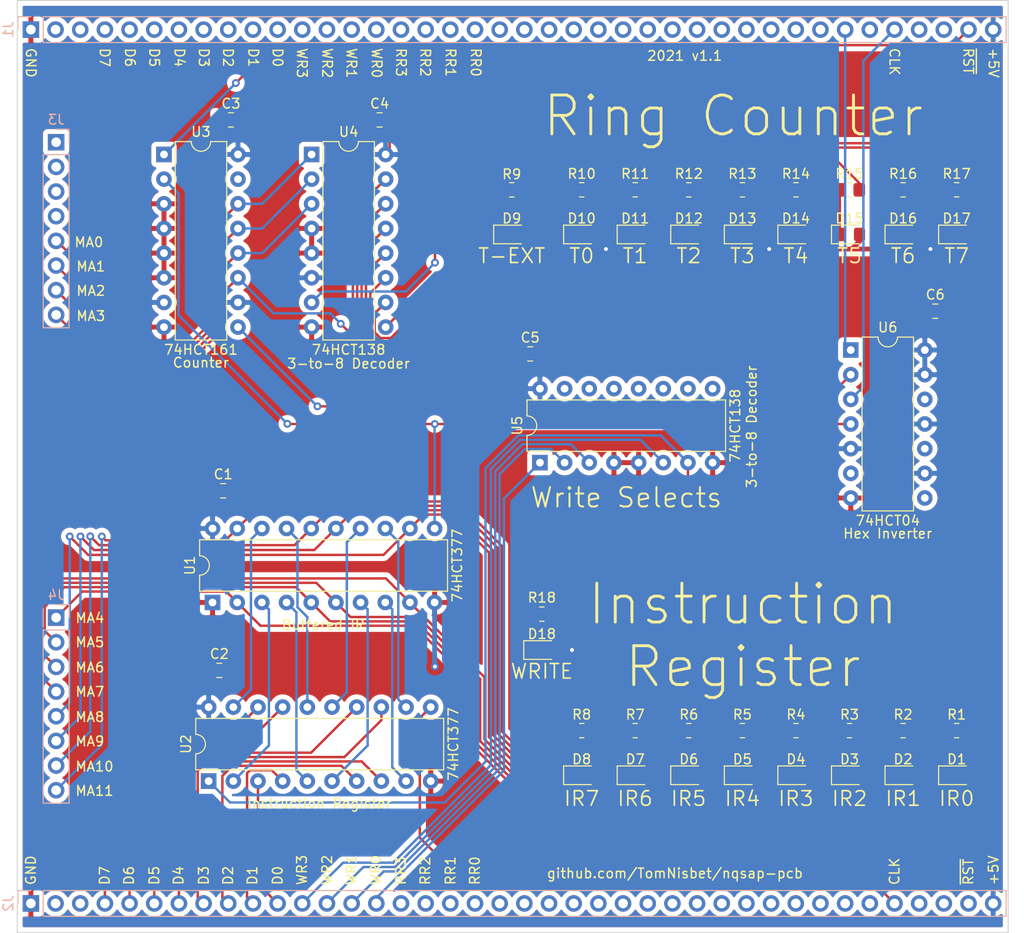
<source format=kicad_pcb>
(kicad_pcb (version 20171130) (host pcbnew "(5.1.9)-1")
  (title_block (title "NQSAP-PCB Instruction Register and Ring Counter") (date 2021-11-21) (rev 1.1) (company github.com/TomNisbet/nqsap-pcb))
  (layers (0 F.Cu signal) (31 B.Cu signal) (34 B.Paste user) (35 F.Paste user) (36 B.SilkS user) (37 F.SilkS user) (38 B.Mask user) (39 F.Mask user) (44 Edge.Cuts user))
  (net 0 "")
  (net 1 CLK)
  (net 2 N)
  (net 3 WR0)
  (net 4 WR1)
  (net 5 WR2)
  (net 6 WR3)
  (net 7 D0)
  (net 8 D1)
  (net 9 D2)
  (net 10 D3)
  (net 11 D4)
  (net 12 D5)
  (net 13 D6)
  (net 14 D7)
  (net 15 GND)
  (net 16 "Net-(J3-Pad4)")
  (net 17 "Net-(J3-Pad3)")
  (net 18 VCC)
  (net 19 MA4)
  (net 20 "Net-(D1-Pad1)")
  (net 21 MA5)
  (net 22 "Net-(D2-Pad1)")
  (net 23 MA6)
  (net 24 "Net-(D3-Pad1)")
  (net 25 MA7)
  (net 26 "Net-(D4-Pad1)")
  (net 27 MA8)
  (net 28 "Net-(D5-Pad1)")
  (net 29 MA9)
  (net 30 "Net-(D6-Pad1)")
  (net 31 MA10)
  (net 32 "Net-(D7-Pad1)")
  (net 33 MA11)
  (net 34 "Net-(D8-Pad1)")
  (net 35 MA3)
  (net 36 "Net-(D9-Pad1)")
  (net 37 "Net-(D10-Pad1)")
  (net 38 "Net-(D11-Pad1)")
  (net 39 "Net-(D12-Pad1)")
  (net 40 "Net-(D13-Pad1)")
  (net 41 "Net-(D14-Pad1)")
  (net 42 "Net-(D15-Pad1)")
  (net 43 "Net-(D16-Pad1)")
  (net 44 "Net-(D17-Pad1)")
  (net 45 MA2)
  (net 46 MA1)
  (net 47 MA0)
  (net 48 "Net-(R10-Pad2)")
  (net 49 "Net-(R11-Pad2)")
  (net 50 "Net-(R12-Pad2)")
  (net 51 "Net-(R13-Pad2)")
  (net 52 "Net-(R14-Pad2)")
  (net 53 "Net-(R15-Pad2)")
  (net 54 "Net-(R16-Pad2)")
  (net 55 "Net-(R17-Pad2)")
  (net 56 "Net-(U1-Pad18)")
  (net 57 "Net-(U1-Pad8)")
  (net 58 "Net-(U1-Pad17)")
  (net 59 "Net-(U1-Pad7)")
  (net 60 "Net-(U1-Pad14)")
  (net 61 "Net-(U1-Pad4)")
  (net 62 "Net-(U1-Pad13)")
  (net 63 "Net-(U1-Pad3)")
  (net 64 ~CLK)
  (net 65 ~WI)
  (net 66 "Net-(U3-Pad15)")
  (net 67 ~RST)
  (net 68 "Net-(U5-Pad12)")
  (net 69 "Net-(U5-Pad10)")
  (net 70 "Net-(J1-Pad35)")
  (net 71 "Net-(J1-Pad33)")
  (net 72 "Net-(J1-Pad32)")
  (net 73 "Net-(J1-Pad31)")
  (net 74 "Net-(J1-Pad30)")
  (net 75 "Net-(J1-Pad29)")
  (net 76 "Net-(J1-Pad28)")
  (net 77 "Net-(J1-Pad27)")
  (net 78 "Net-(J1-Pad26)")
  (net 79 "Net-(J1-Pad25)")
  (net 80 "Net-(J1-Pad24)")
  (net 81 "Net-(J1-Pad23)")
  (net 82 "Net-(J1-Pad22)")
  (net 83 "Net-(J1-Pad21)")
  (net 84 "Net-(J1-Pad20)")
  (net 85 "Net-(J2-Pad35)")
  (net 86 "Net-(J2-Pad33)")
  (net 87 "Net-(J2-Pad32)")
  (net 88 "Net-(J2-Pad31)")
  (net 89 "Net-(J2-Pad30)")
  (net 90 "Net-(J2-Pad29)")
  (net 91 "Net-(J2-Pad28)")
  (net 92 "Net-(J2-Pad27)")
  (net 93 "Net-(J2-Pad26)")
  (net 94 "Net-(J2-Pad25)")
  (net 95 "Net-(J2-Pad24)")
  (net 96 "Net-(J2-Pad23)")
  (net 97 "Net-(J2-Pad22)")
  (net 98 "Net-(J2-Pad21)")
  (net 99 "Net-(J2-Pad20)")
  (net 100 "Net-(J1-Pad19)")
  (net 101 "Net-(J1-Pad18)")
  (net 102 "Net-(J1-Pad17)")
  (net 103 "Net-(J1-Pad16)")
  (net 104 "Net-(J2-Pad19)")
  (net 105 "Net-(J2-Pad18)")
  (net 106 "Net-(J2-Pad17)")
  (net 107 "Net-(J2-Pad16)")
  (net 108 "Net-(J1-Pad11)")
  (net 109 "Net-(J1-Pad10)")
  (net 110 "Net-(J1-Pad9)")
  (net 111 "Net-(J1-Pad8)")
  (net 112 "Net-(J1-Pad7)")
  (net 113 "Net-(J1-Pad6)")
  (net 114 "Net-(J1-Pad5)")
  (net 115 "Net-(J1-Pad4)")
  (net 116 "Net-(J1-Pad38)")
  (net 117 "Net-(J1-Pad3)")
  (net 118 "Net-(J1-Pad2)")
  (net 119 "Net-(J2-Pad38)")
  (net 120 "Net-(J2-Pad3)")
  (net 121 "Net-(J2-Pad2)")
  (net 122 "Net-(J1-Pad37)")
  (net 123 "Net-(J2-Pad37)")
  (net 124 "Net-(D18-Pad1)")
  (net 125 "Net-(J1-Pad15)")
  (net 126 "Net-(J1-Pad14)")
  (net 127 "Net-(J1-Pad13)")
  (net 128 "Net-(J1-Pad12)")
  (net 129 "Net-(J2-Pad39)")
  (net 130 "Net-(J2-Pad34)")
  (net 131 "Net-(U5-Pad15)")
  (net 132 "Net-(U5-Pad14)")
  (net 133 "Net-(U5-Pad13)")
  (net 134 "Net-(U5-Pad11)")
  (net 135 "Net-(U5-Pad9)")
  (net 136 "Net-(U3-Pad9)")
  (net 137 "Net-(U6-Pad6)")
  (net 138 "Net-(U6-Pad12)")
  (net 139 "Net-(U6-Pad10)")
  (net 140 "Net-(U6-Pad8)")
  (net 141 "Net-(J3-Pad2)")
  (net 142 "Net-(J3-Pad1)")
  (module Package_DIP:DIP-14_W7.62mm (layer F.Cu) (at 170.8 79)
    (fp_text reference U6 (at 3.81 -2.33) (layer F.SilkS))
    (fp_text value 74HCT04 (at 3.81 17.57) (layer F.SilkS))
    (fp_text user "Hex Inverter" (at 3.8 18.9) (layer F.SilkS))
    (pad 14 thru_hole oval (at 7.62 0) (size 1.6 1.6) (drill 0.8) (layers *.Cu *.Mask) (net 18 VCC))
    (pad 7 thru_hole oval (at 0 15.24) (size 1.6 1.6) (drill 0.8) (layers *.Cu *.Mask) (net 15 GND))
    (pad 13 thru_hole oval (at 7.62 2.54) (size 1.6 1.6) (drill 0.8) (layers *.Cu *.Mask) (net 18 VCC))
    (pad 6 thru_hole oval (at 0 12.7) (size 1.6 1.6) (drill 0.8) (layers *.Cu *.Mask) (net 137 "Net-(U6-Pad6)"))
    (pad 12 thru_hole oval (at 7.62 5.08) (size 1.6 1.6) (drill 0.8) (layers *.Cu *.Mask) (net 138 "Net-(U6-Pad12)"))
    (pad 5 thru_hole oval (at 0 10.16) (size 1.6 1.6) (drill 0.8) (layers *.Cu *.Mask) (net 18 VCC))
    (pad 11 thru_hole oval (at 7.62 7.62) (size 1.6 1.6) (drill 0.8) (layers *.Cu *.Mask) (net 18 VCC))
    (pad 4 thru_hole oval (at 0 7.62) (size 1.6 1.6) (drill 0.8) (layers *.Cu *.Mask) (net 64 ~CLK))
    (pad 10 thru_hole oval (at 7.62 10.16) (size 1.6 1.6) (drill 0.8) (layers *.Cu *.Mask) (net 139 "Net-(U6-Pad10)"))
    (pad 3 thru_hole oval (at 0 5.08) (size 1.6 1.6) (drill 0.8) (layers *.Cu *.Mask) (net 1 CLK))
    (pad 9 thru_hole oval (at 7.62 12.7) (size 1.6 1.6) (drill 0.8) (layers *.Cu *.Mask) (net 18 VCC))
    (pad 2 thru_hole oval (at 0 2.54) (size 1.6 1.6) (drill 0.8) (layers *.Cu *.Mask) (net 136 "Net-(U3-Pad9)"))
    (pad 8 thru_hole oval (at 7.62 15.24) (size 1.6 1.6) (drill 0.8) (layers *.Cu *.Mask) (net 140 "Net-(U6-Pad8)"))
    (pad 1 thru_hole rect (at 0 0) (size 1.6 1.6) (drill 0.8) (layers *.Cu *.Mask) (net 2 N))
  )
  (module Capacitor_SMD:C_0805_2012Metric_Pad1.18x1.45mm_HandSolder (layer F.Cu) (at 179.5 75 180)
    (fp_text reference C6 (at 0 1.7) (layer F.SilkS))
    (fp_text value 0.1uF)
    (pad 2 smd roundrect (at 1.0375 0 180) (size 1.175 1.45) (layers F.Cu F.Paste F.Mask) (roundrect_rratio 0.2127659574468085) (net 18 VCC))
    (pad 1 smd roundrect (at -1.0375 0 180) (size 1.175 1.45) (layers F.Cu F.Paste F.Mask) (roundrect_rratio 0.2127659574468085) (net 15 GND))
  )
  (module Capacitor_SMD:C_0805_2012Metric_Pad1.18x1.45mm_HandSolder (layer F.Cu) (at 137.8 79.4)
    (fp_text reference C5 (at 0 -1.68) (layer F.SilkS))
    (fp_text value 0.1uF)
    (pad 2 smd roundrect (at 1.0375 0) (size 1.175 1.45) (layers F.Cu F.Paste F.Mask) (roundrect_rratio 0.2127659574468085) (net 18 VCC))
    (pad 1 smd roundrect (at -1.0375 0) (size 1.175 1.45) (layers F.Cu F.Paste F.Mask) (roundrect_rratio 0.2127659574468085) (net 15 GND))
  )
  (module Resistor_SMD:R_0805_2012Metric_Pad1.20x1.40mm_HandSolder (layer F.Cu) (at 139 106.2)
    (fp_text reference R18 (at 0 -1.7) (layer F.SilkS))
    (fp_text value R-RED)
    (pad 2 smd roundrect (at 1 0) (size 1.2 1.4) (layers F.Cu F.Paste F.Mask) (roundrect_rratio 0.2083325) (net 65 ~WI))
    (pad 1 smd roundrect (at -1 0) (size 1.2 1.4) (layers F.Cu F.Paste F.Mask) (roundrect_rratio 0.2083325) (net 124 "Net-(D18-Pad1)"))
  )
  (module LED_SMD:LED_0805_2012Metric_Pad1.15x1.40mm_HandSolder (layer F.Cu) (at 139 109.9)
    (fp_text reference D18 (at 0 -1.65) (layer F.SilkS))
    (fp_text value WRITE (at 0 2.2) (layer F.SilkS) (effects (font (size 1.5 1.5) (thickness 0.17))))
    (pad 2 smd roundrect (at 1.025 0) (size 1.15 1.4) (layers F.Cu F.Paste F.Mask) (roundrect_rratio 0.2173904347826087) (net 18 VCC))
    (pad 1 smd roundrect (at -1.025 0) (size 1.15 1.4) (layers F.Cu F.Paste F.Mask) (roundrect_rratio 0.2173904347826087) (net 124 "Net-(D18-Pad1)"))
  )
  (module Package_DIP:DIP-16_W7.62mm (layer F.Cu) (at 138.8 90.6 90)
    (fp_text reference U5 (at 3.81 -2.33 90) (layer F.SilkS))
    (fp_text value 74HCT138 (at 3.81 20.11 90) (layer F.SilkS))
    (fp_text user "3-to-8 Decoder" (at 3.7 21.8 90) (layer F.SilkS))
    (fp_text user "Write Selects" (at -3.6 8.9 180) (layer F.SilkS) (effects (font (size 2 2) (thickness 0.2))))
    (pad 16 thru_hole oval (at 7.62 0 90) (size 1.6 1.6) (drill 0.8) (layers *.Cu *.Mask) (net 18 VCC))
    (pad 8 thru_hole oval (at 0 17.78 90) (size 1.6 1.6) (drill 0.8) (layers *.Cu *.Mask) (net 15 GND))
    (pad 15 thru_hole oval (at 7.62 2.54 90) (size 1.6 1.6) (drill 0.8) (layers *.Cu *.Mask) (net 131 "Net-(U5-Pad15)"))
    (pad 7 thru_hole oval (at 0 15.24 90) (size 1.6 1.6) (drill 0.8) (layers *.Cu *.Mask) (net 65 ~WI))
    (pad 14 thru_hole oval (at 7.62 5.08 90) (size 1.6 1.6) (drill 0.8) (layers *.Cu *.Mask) (net 132 "Net-(U5-Pad14)"))
    (pad 6 thru_hole oval (at 0 12.7 90) (size 1.6 1.6) (drill 0.8) (layers *.Cu *.Mask) (net 6 WR3))
    (pad 13 thru_hole oval (at 7.62 7.62 90) (size 1.6 1.6) (drill 0.8) (layers *.Cu *.Mask) (net 133 "Net-(U5-Pad13)"))
    (pad 5 thru_hole oval (at 0 10.16 90) (size 1.6 1.6) (drill 0.8) (layers *.Cu *.Mask) (net 15 GND))
    (pad 12 thru_hole oval (at 7.62 10.16 90) (size 1.6 1.6) (drill 0.8) (layers *.Cu *.Mask) (net 68 "Net-(U5-Pad12)"))
    (pad 4 thru_hole oval (at 0 7.62 90) (size 1.6 1.6) (drill 0.8) (layers *.Cu *.Mask) (net 15 GND))
    (pad 11 thru_hole oval (at 7.62 12.7 90) (size 1.6 1.6) (drill 0.8) (layers *.Cu *.Mask) (net 134 "Net-(U5-Pad11)"))
    (pad 3 thru_hole oval (at 0 5.08 90) (size 1.6 1.6) (drill 0.8) (layers *.Cu *.Mask) (net 5 WR2))
    (pad 10 thru_hole oval (at 7.62 15.24 90) (size 1.6 1.6) (drill 0.8) (layers *.Cu *.Mask) (net 69 "Net-(U5-Pad10)"))
    (pad 2 thru_hole oval (at 0 2.54 90) (size 1.6 1.6) (drill 0.8) (layers *.Cu *.Mask) (net 4 WR1))
    (pad 9 thru_hole oval (at 7.62 17.78 90) (size 1.6 1.6) (drill 0.8) (layers *.Cu *.Mask) (net 135 "Net-(U5-Pad9)"))
    (pad 1 thru_hole rect (at 0 0 90) (size 1.6 1.6) (drill 0.8) (layers *.Cu *.Mask) (net 3 WR0))
  )
  (module Connector_PinHeader_2.54mm:PinHeader_1x08_P2.54mm_Vertical (layer B.Cu) (at 89 106.56 180)
    (fp_text reference J4 (at 0 2.33) (layer B.SilkS) (effects (justify mirror)))
    (fp_text value Conn_02x08)
    (pad 8 thru_hole oval (at 0 -17.78 180) (size 1.7 1.7) (drill 1) (layers *.Cu *.Mask) (net 33 MA11))
    (pad 7 thru_hole oval (at 0 -15.24 180) (size 1.7 1.7) (drill 1) (layers *.Cu *.Mask) (net 31 MA10))
    (pad 6 thru_hole oval (at 0 -12.7 180) (size 1.7 1.7) (drill 1) (layers *.Cu *.Mask) (net 29 MA9))
    (pad 5 thru_hole oval (at 0 -10.16 180) (size 1.7 1.7) (drill 1) (layers *.Cu *.Mask) (net 27 MA8))
    (pad 4 thru_hole oval (at 0 -7.62 180) (size 1.7 1.7) (drill 1) (layers *.Cu *.Mask) (net 25 MA7))
    (pad 3 thru_hole oval (at 0 -5.08 180) (size 1.7 1.7) (drill 1) (layers *.Cu *.Mask) (net 23 MA6))
    (pad 2 thru_hole oval (at 0 -2.54 180) (size 1.7 1.7) (drill 1) (layers *.Cu *.Mask) (net 21 MA5))
    (pad 1 thru_hole rect (at 0 0 180) (size 1.7 1.7) (drill 1) (layers *.Cu *.Mask) (net 19 MA4))
  )
  (module Connector_PinHeader_2.54mm:PinHeader_1x08_P2.54mm_Vertical (layer B.Cu) (at 89 57.6 180)
    (fp_text reference J3 (at 0 2.33) (layer B.SilkS) (effects (justify mirror)))
    (fp_text value Conn_02x08)
    (pad 8 thru_hole oval (at 0 -17.78 180) (size 1.7 1.7) (drill 1) (layers *.Cu *.Mask) (net 35 MA3))
    (pad 7 thru_hole oval (at 0 -15.24 180) (size 1.7 1.7) (drill 1) (layers *.Cu *.Mask) (net 45 MA2))
    (pad 6 thru_hole oval (at 0 -12.7 180) (size 1.7 1.7) (drill 1) (layers *.Cu *.Mask) (net 46 MA1))
    (pad 5 thru_hole oval (at 0 -10.16 180) (size 1.7 1.7) (drill 1) (layers *.Cu *.Mask) (net 47 MA0))
    (pad 4 thru_hole oval (at 0 -7.62 180) (size 1.7 1.7) (drill 1) (layers *.Cu *.Mask) (net 16 "Net-(J3-Pad4)"))
    (pad 3 thru_hole oval (at 0 -5.08 180) (size 1.7 1.7) (drill 1) (layers *.Cu *.Mask) (net 17 "Net-(J3-Pad3)"))
    (pad 2 thru_hole oval (at 0 -2.54 180) (size 1.7 1.7) (drill 1) (layers *.Cu *.Mask) (net 141 "Net-(J3-Pad2)"))
    (pad 1 thru_hole rect (at 0 0 180) (size 1.7 1.7) (drill 1) (layers *.Cu *.Mask) (net 142 "Net-(J3-Pad1)"))
  )
  (module Package_DIP:DIP-16_W7.62mm (layer F.Cu) (at 115.3 58.86)
    (fp_text reference U4 (at 3.81 -2.33) (layer F.SilkS))
    (fp_text value 74HCT138 (at 3.81 20.11) (layer F.SilkS))
    (fp_text user "3-to-8 Decoder" (at 3.8 21.54) (layer F.SilkS))
    (pad 16 thru_hole oval (at 7.62 0) (size 1.6 1.6) (drill 0.8) (layers *.Cu *.Mask) (net 18 VCC))
    (pad 8 thru_hole oval (at 0 17.78) (size 1.6 1.6) (drill 0.8) (layers *.Cu *.Mask) (net 15 GND))
    (pad 15 thru_hole oval (at 7.62 2.54) (size 1.6 1.6) (drill 0.8) (layers *.Cu *.Mask) (net 48 "Net-(R10-Pad2)"))
    (pad 7 thru_hole oval (at 0 15.24) (size 1.6 1.6) (drill 0.8) (layers *.Cu *.Mask) (net 55 "Net-(R17-Pad2)"))
    (pad 14 thru_hole oval (at 7.62 5.08) (size 1.6 1.6) (drill 0.8) (layers *.Cu *.Mask) (net 49 "Net-(R11-Pad2)"))
    (pad 6 thru_hole oval (at 0 12.7) (size 1.6 1.6) (drill 0.8) (layers *.Cu *.Mask) (net 18 VCC))
    (pad 13 thru_hole oval (at 7.62 7.62) (size 1.6 1.6) (drill 0.8) (layers *.Cu *.Mask) (net 50 "Net-(R12-Pad2)"))
    (pad 5 thru_hole oval (at 0 10.16) (size 1.6 1.6) (drill 0.8) (layers *.Cu *.Mask) (net 15 GND))
    (pad 12 thru_hole oval (at 7.62 10.16) (size 1.6 1.6) (drill 0.8) (layers *.Cu *.Mask) (net 51 "Net-(R13-Pad2)"))
    (pad 4 thru_hole oval (at 0 7.62) (size 1.6 1.6) (drill 0.8) (layers *.Cu *.Mask) (net 15 GND))
    (pad 11 thru_hole oval (at 7.62 12.7) (size 1.6 1.6) (drill 0.8) (layers *.Cu *.Mask) (net 52 "Net-(R14-Pad2)"))
    (pad 3 thru_hole oval (at 0 5.08) (size 1.6 1.6) (drill 0.8) (layers *.Cu *.Mask) (net 45 MA2))
    (pad 10 thru_hole oval (at 7.62 15.24) (size 1.6 1.6) (drill 0.8) (layers *.Cu *.Mask) (net 53 "Net-(R15-Pad2)"))
    (pad 2 thru_hole oval (at 0 2.54) (size 1.6 1.6) (drill 0.8) (layers *.Cu *.Mask) (net 46 MA1))
    (pad 9 thru_hole oval (at 7.62 17.78) (size 1.6 1.6) (drill 0.8) (layers *.Cu *.Mask) (net 54 "Net-(R16-Pad2)"))
    (pad 1 thru_hole rect (at 0 0) (size 1.6 1.6) (drill 0.8) (layers *.Cu *.Mask) (net 47 MA0))
  )
  (module Package_DIP:DIP-16_W7.62mm (layer F.Cu) (at 100.1 58.86)
    (fp_text reference U3 (at 3.81 -2.33) (layer F.SilkS))
    (fp_text value 74HCT161 (at 3.81 20.11) (layer F.SilkS))
    (fp_text user Counter (at 3.8 21.44) (layer F.SilkS))
    (pad 16 thru_hole oval (at 7.62 0) (size 1.6 1.6) (drill 0.8) (layers *.Cu *.Mask) (net 18 VCC))
    (pad 8 thru_hole oval (at 0 17.78) (size 1.6 1.6) (drill 0.8) (layers *.Cu *.Mask) (net 15 GND))
    (pad 15 thru_hole oval (at 7.62 2.54) (size 1.6 1.6) (drill 0.8) (layers *.Cu *.Mask) (net 66 "Net-(U3-Pad15)"))
    (pad 7 thru_hole oval (at 0 15.24) (size 1.6 1.6) (drill 0.8) (layers *.Cu *.Mask) (net 18 VCC))
    (pad 14 thru_hole oval (at 7.62 5.08) (size 1.6 1.6) (drill 0.8) (layers *.Cu *.Mask) (net 47 MA0))
    (pad 6 thru_hole oval (at 0 12.7) (size 1.6 1.6) (drill 0.8) (layers *.Cu *.Mask) (net 15 GND))
    (pad 13 thru_hole oval (at 7.62 7.62) (size 1.6 1.6) (drill 0.8) (layers *.Cu *.Mask) (net 46 MA1))
    (pad 5 thru_hole oval (at 0 10.16) (size 1.6 1.6) (drill 0.8) (layers *.Cu *.Mask) (net 15 GND))
    (pad 12 thru_hole oval (at 7.62 10.16) (size 1.6 1.6) (drill 0.8) (layers *.Cu *.Mask) (net 45 MA2))
    (pad 4 thru_hole oval (at 0 7.62) (size 1.6 1.6) (drill 0.8) (layers *.Cu *.Mask) (net 15 GND))
    (pad 11 thru_hole oval (at 7.62 12.7) (size 1.6 1.6) (drill 0.8) (layers *.Cu *.Mask) (net 35 MA3))
    (pad 3 thru_hole oval (at 0 5.08) (size 1.6 1.6) (drill 0.8) (layers *.Cu *.Mask) (net 15 GND))
    (pad 10 thru_hole oval (at 7.62 15.24) (size 1.6 1.6) (drill 0.8) (layers *.Cu *.Mask) (net 18 VCC))
    (pad 2 thru_hole oval (at 0 2.54) (size 1.6 1.6) (drill 0.8) (layers *.Cu *.Mask) (net 64 ~CLK))
    (pad 9 thru_hole oval (at 7.62 17.78) (size 1.6 1.6) (drill 0.8) (layers *.Cu *.Mask) (net 136 "Net-(U3-Pad9)"))
    (pad 1 thru_hole rect (at 0 0) (size 1.6 1.6) (drill 0.8) (layers *.Cu *.Mask) (net 67 ~RST))
  )
  (module Package_DIP:DIP-20_W7.62mm (layer F.Cu) (at 104.7 123.4 90)
    (fp_text reference U2 (at 3.81 -2.33 90) (layer F.SilkS))
    (fp_text value 74HCT377 (at 3.81 25.19 90) (layer F.SilkS))
    (fp_text user "Instruction Register" (at -2.3 11.4 180) (layer F.SilkS))
    (pad 20 thru_hole oval (at 7.62 0 90) (size 1.6 1.6) (drill 0.8) (layers *.Cu *.Mask) (net 18 VCC))
    (pad 10 thru_hole oval (at 0 22.86 90) (size 1.6 1.6) (drill 0.8) (layers *.Cu *.Mask) (net 15 GND))
    (pad 19 thru_hole oval (at 7.62 2.54 90) (size 1.6 1.6) (drill 0.8) (layers *.Cu *.Mask) (net 56 "Net-(U1-Pad18)"))
    (pad 9 thru_hole oval (at 0 20.32 90) (size 1.6 1.6) (drill 0.8) (layers *.Cu *.Mask) (net 57 "Net-(U1-Pad8)"))
    (pad 18 thru_hole oval (at 7.62 5.08 90) (size 1.6 1.6) (drill 0.8) (layers *.Cu *.Mask) (net 14 D7))
    (pad 8 thru_hole oval (at 0 17.78 90) (size 1.6 1.6) (drill 0.8) (layers *.Cu *.Mask) (net 10 D3))
    (pad 17 thru_hole oval (at 7.62 7.62 90) (size 1.6 1.6) (drill 0.8) (layers *.Cu *.Mask) (net 13 D6))
    (pad 7 thru_hole oval (at 0 15.24 90) (size 1.6 1.6) (drill 0.8) (layers *.Cu *.Mask) (net 9 D2))
    (pad 16 thru_hole oval (at 7.62 10.16 90) (size 1.6 1.6) (drill 0.8) (layers *.Cu *.Mask) (net 58 "Net-(U1-Pad17)"))
    (pad 6 thru_hole oval (at 0 12.7 90) (size 1.6 1.6) (drill 0.8) (layers *.Cu *.Mask) (net 59 "Net-(U1-Pad7)"))
    (pad 15 thru_hole oval (at 7.62 12.7 90) (size 1.6 1.6) (drill 0.8) (layers *.Cu *.Mask) (net 60 "Net-(U1-Pad14)"))
    (pad 5 thru_hole oval (at 0 10.16 90) (size 1.6 1.6) (drill 0.8) (layers *.Cu *.Mask) (net 61 "Net-(U1-Pad4)"))
    (pad 14 thru_hole oval (at 7.62 15.24 90) (size 1.6 1.6) (drill 0.8) (layers *.Cu *.Mask) (net 12 D5))
    (pad 4 thru_hole oval (at 0 7.62 90) (size 1.6 1.6) (drill 0.8) (layers *.Cu *.Mask) (net 8 D1))
    (pad 13 thru_hole oval (at 7.62 17.78 90) (size 1.6 1.6) (drill 0.8) (layers *.Cu *.Mask) (net 11 D4))
    (pad 3 thru_hole oval (at 0 5.08 90) (size 1.6 1.6) (drill 0.8) (layers *.Cu *.Mask) (net 7 D0))
    (pad 12 thru_hole oval (at 7.62 20.32 90) (size 1.6 1.6) (drill 0.8) (layers *.Cu *.Mask) (net 62 "Net-(U1-Pad13)"))
    (pad 2 thru_hole oval (at 0 2.54 90) (size 1.6 1.6) (drill 0.8) (layers *.Cu *.Mask) (net 63 "Net-(U1-Pad3)"))
    (pad 11 thru_hole oval (at 7.62 22.86 90) (size 1.6 1.6) (drill 0.8) (layers *.Cu *.Mask) (net 1 CLK))
    (pad 1 thru_hole rect (at 0 0 90) (size 1.6 1.6) (drill 0.8) (layers *.Cu *.Mask) (net 65 ~WI))
  )
  (module Package_DIP:DIP-20_W7.62mm (layer F.Cu) (at 105.1 105 90)
    (fp_text reference U1 (at 3.81 -2.33 90) (layer F.SilkS))
    (fp_text value 74HCT377 (at 3.81 25.19 90) (layer F.SilkS))
    (fp_text user "Buffered IR" (at -2.3 11.4 180) (layer F.SilkS))
    (pad 20 thru_hole oval (at 7.62 0 90) (size 1.6 1.6) (drill 0.8) (layers *.Cu *.Mask) (net 18 VCC))
    (pad 10 thru_hole oval (at 0 22.86 90) (size 1.6 1.6) (drill 0.8) (layers *.Cu *.Mask) (net 15 GND))
    (pad 19 thru_hole oval (at 7.62 2.54 90) (size 1.6 1.6) (drill 0.8) (layers *.Cu *.Mask) (net 33 MA11))
    (pad 9 thru_hole oval (at 0 20.32 90) (size 1.6 1.6) (drill 0.8) (layers *.Cu *.Mask) (net 25 MA7))
    (pad 18 thru_hole oval (at 7.62 5.08 90) (size 1.6 1.6) (drill 0.8) (layers *.Cu *.Mask) (net 56 "Net-(U1-Pad18)"))
    (pad 8 thru_hole oval (at 0 17.78 90) (size 1.6 1.6) (drill 0.8) (layers *.Cu *.Mask) (net 57 "Net-(U1-Pad8)"))
    (pad 17 thru_hole oval (at 7.62 7.62 90) (size 1.6 1.6) (drill 0.8) (layers *.Cu *.Mask) (net 58 "Net-(U1-Pad17)"))
    (pad 7 thru_hole oval (at 0 15.24 90) (size 1.6 1.6) (drill 0.8) (layers *.Cu *.Mask) (net 59 "Net-(U1-Pad7)"))
    (pad 16 thru_hole oval (at 7.62 10.16 90) (size 1.6 1.6) (drill 0.8) (layers *.Cu *.Mask) (net 31 MA10))
    (pad 6 thru_hole oval (at 0 12.7 90) (size 1.6 1.6) (drill 0.8) (layers *.Cu *.Mask) (net 23 MA6))
    (pad 15 thru_hole oval (at 7.62 12.7 90) (size 1.6 1.6) (drill 0.8) (layers *.Cu *.Mask) (net 29 MA9))
    (pad 5 thru_hole oval (at 0 10.16 90) (size 1.6 1.6) (drill 0.8) (layers *.Cu *.Mask) (net 21 MA5))
    (pad 14 thru_hole oval (at 7.62 15.24 90) (size 1.6 1.6) (drill 0.8) (layers *.Cu *.Mask) (net 60 "Net-(U1-Pad14)"))
    (pad 4 thru_hole oval (at 0 7.62 90) (size 1.6 1.6) (drill 0.8) (layers *.Cu *.Mask) (net 61 "Net-(U1-Pad4)"))
    (pad 13 thru_hole oval (at 7.62 17.78 90) (size 1.6 1.6) (drill 0.8) (layers *.Cu *.Mask) (net 62 "Net-(U1-Pad13)"))
    (pad 3 thru_hole oval (at 0 5.08 90) (size 1.6 1.6) (drill 0.8) (layers *.Cu *.Mask) (net 63 "Net-(U1-Pad3)"))
    (pad 12 thru_hole oval (at 7.62 20.32 90) (size 1.6 1.6) (drill 0.8) (layers *.Cu *.Mask) (net 27 MA8))
    (pad 2 thru_hole oval (at 0 2.54 90) (size 1.6 1.6) (drill 0.8) (layers *.Cu *.Mask) (net 19 MA4))
    (pad 11 thru_hole oval (at 7.62 22.86 90) (size 1.6 1.6) (drill 0.8) (layers *.Cu *.Mask) (net 64 ~CLK))
    (pad 1 thru_hole rect (at 0 0 90) (size 1.6 1.6) (drill 0.8) (layers *.Cu *.Mask) (net 15 GND))
  )
  (module Resistor_SMD:R_0805_2012Metric_Pad1.20x1.40mm_HandSolder (layer F.Cu) (at 181.7 62.5)
    (fp_text reference R17 (at 0 -1.65) (layer F.SilkS))
    (fp_text value R-YEL)
    (pad 2 smd roundrect (at 1 0) (size 1.2 1.4) (layers F.Cu F.Paste F.Mask) (roundrect_rratio 0.2083325) (net 55 "Net-(R17-Pad2)"))
    (pad 1 smd roundrect (at -1 0) (size 1.2 1.4) (layers F.Cu F.Paste F.Mask) (roundrect_rratio 0.2083325) (net 44 "Net-(D17-Pad1)"))
  )
  (module Resistor_SMD:R_0805_2012Metric_Pad1.20x1.40mm_HandSolder (layer F.Cu) (at 176.18571 62.5)
    (fp_text reference R16 (at 0 -1.65) (layer F.SilkS))
    (fp_text value R-YEL)
    (pad 2 smd roundrect (at 1 0) (size 1.2 1.4) (layers F.Cu F.Paste F.Mask) (roundrect_rratio 0.2083325) (net 54 "Net-(R16-Pad2)"))
    (pad 1 smd roundrect (at -1 0) (size 1.2 1.4) (layers F.Cu F.Paste F.Mask) (roundrect_rratio 0.2083325) (net 43 "Net-(D16-Pad1)"))
  )
  (module Resistor_SMD:R_0805_2012Metric_Pad1.20x1.40mm_HandSolder (layer F.Cu) (at 170.671425 62.5)
    (fp_text reference R15 (at 0 -1.65) (layer F.SilkS))
    (fp_text value R-YEL)
    (pad 2 smd roundrect (at 1 0) (size 1.2 1.4) (layers F.Cu F.Paste F.Mask) (roundrect_rratio 0.2083325) (net 53 "Net-(R15-Pad2)"))
    (pad 1 smd roundrect (at -1 0) (size 1.2 1.4) (layers F.Cu F.Paste F.Mask) (roundrect_rratio 0.2083325) (net 42 "Net-(D15-Pad1)"))
  )
  (module Resistor_SMD:R_0805_2012Metric_Pad1.20x1.40mm_HandSolder (layer F.Cu) (at 165.15714 62.5)
    (fp_text reference R14 (at 0 -1.65) (layer F.SilkS))
    (fp_text value R-YEL)
    (pad 2 smd roundrect (at 1 0) (size 1.2 1.4) (layers F.Cu F.Paste F.Mask) (roundrect_rratio 0.2083325) (net 52 "Net-(R14-Pad2)"))
    (pad 1 smd roundrect (at -1 0) (size 1.2 1.4) (layers F.Cu F.Paste F.Mask) (roundrect_rratio 0.2083325) (net 41 "Net-(D14-Pad1)"))
  )
  (module Resistor_SMD:R_0805_2012Metric_Pad1.20x1.40mm_HandSolder (layer F.Cu) (at 159.642855 62.5)
    (fp_text reference R13 (at 0 -1.65) (layer F.SilkS))
    (fp_text value R-YEL)
    (pad 2 smd roundrect (at 1 0) (size 1.2 1.4) (layers F.Cu F.Paste F.Mask) (roundrect_rratio 0.2083325) (net 51 "Net-(R13-Pad2)"))
    (pad 1 smd roundrect (at -1 0) (size 1.2 1.4) (layers F.Cu F.Paste F.Mask) (roundrect_rratio 0.2083325) (net 40 "Net-(D13-Pad1)"))
  )
  (module Resistor_SMD:R_0805_2012Metric_Pad1.20x1.40mm_HandSolder (layer F.Cu) (at 154.12857 62.5)
    (fp_text reference R12 (at 0 -1.65) (layer F.SilkS))
    (fp_text value R-YEL)
    (pad 2 smd roundrect (at 1 0) (size 1.2 1.4) (layers F.Cu F.Paste F.Mask) (roundrect_rratio 0.2083325) (net 50 "Net-(R12-Pad2)"))
    (pad 1 smd roundrect (at -1 0) (size 1.2 1.4) (layers F.Cu F.Paste F.Mask) (roundrect_rratio 0.2083325) (net 39 "Net-(D12-Pad1)"))
  )
  (module Resistor_SMD:R_0805_2012Metric_Pad1.20x1.40mm_HandSolder (layer F.Cu) (at 148.614285 62.5)
    (fp_text reference R11 (at 0 -1.65) (layer F.SilkS))
    (fp_text value R-YEL)
    (pad 2 smd roundrect (at 1 0) (size 1.2 1.4) (layers F.Cu F.Paste F.Mask) (roundrect_rratio 0.2083325) (net 49 "Net-(R11-Pad2)"))
    (pad 1 smd roundrect (at -1 0) (size 1.2 1.4) (layers F.Cu F.Paste F.Mask) (roundrect_rratio 0.2083325) (net 38 "Net-(D11-Pad1)"))
  )
  (module Resistor_SMD:R_0805_2012Metric_Pad1.20x1.40mm_HandSolder (layer F.Cu) (at 143.1 62.5)
    (fp_text reference R10 (at 0 -1.65) (layer F.SilkS))
    (fp_text value R-YEL)
    (pad 2 smd roundrect (at 1 0) (size 1.2 1.4) (layers F.Cu F.Paste F.Mask) (roundrect_rratio 0.2083325) (net 48 "Net-(R10-Pad2)"))
    (pad 1 smd roundrect (at -1 0) (size 1.2 1.4) (layers F.Cu F.Paste F.Mask) (roundrect_rratio 0.2083325) (net 37 "Net-(D10-Pad1)"))
  )
  (module Resistor_SMD:R_0805_2012Metric_Pad1.20x1.40mm_HandSolder (layer F.Cu) (at 135.9 62.5 180)
    (fp_text reference R9 (at 0 1.6) (layer F.SilkS))
    (fp_text value R-WHT)
    (pad 2 smd roundrect (at 1 0 180) (size 1.2 1.4) (layers F.Cu F.Paste F.Mask) (roundrect_rratio 0.2083325) (net 36 "Net-(D9-Pad1)"))
    (pad 1 smd roundrect (at -1 0 180) (size 1.2 1.4) (layers F.Cu F.Paste F.Mask) (roundrect_rratio 0.2083325) (net 15 GND))
  )
  (module Resistor_SMD:R_0805_2012Metric_Pad1.20x1.40mm_HandSolder (layer F.Cu) (at 143.1 118.2)
    (fp_text reference R8 (at 0 -1.65) (layer F.SilkS))
    (fp_text value R-GRN)
    (pad 2 smd roundrect (at 1 0) (size 1.2 1.4) (layers F.Cu F.Paste F.Mask) (roundrect_rratio 0.2083325) (net 15 GND))
    (pad 1 smd roundrect (at -1 0) (size 1.2 1.4) (layers F.Cu F.Paste F.Mask) (roundrect_rratio 0.2083325) (net 34 "Net-(D8-Pad1)"))
  )
  (module Resistor_SMD:R_0805_2012Metric_Pad1.20x1.40mm_HandSolder (layer F.Cu) (at 148.614285 118.2)
    (fp_text reference R7 (at 0 -1.65) (layer F.SilkS))
    (fp_text value R-GRN)
    (pad 2 smd roundrect (at 1 0) (size 1.2 1.4) (layers F.Cu F.Paste F.Mask) (roundrect_rratio 0.2083325) (net 15 GND))
    (pad 1 smd roundrect (at -1 0) (size 1.2 1.4) (layers F.Cu F.Paste F.Mask) (roundrect_rratio 0.2083325) (net 32 "Net-(D7-Pad1)"))
  )
  (module Resistor_SMD:R_0805_2012Metric_Pad1.20x1.40mm_HandSolder (layer F.Cu) (at 154.12857 118.2)
    (fp_text reference R6 (at 0 -1.65) (layer F.SilkS))
    (fp_text value R-GRN)
    (pad 2 smd roundrect (at 1 0) (size 1.2 1.4) (layers F.Cu F.Paste F.Mask) (roundrect_rratio 0.2083325) (net 15 GND))
    (pad 1 smd roundrect (at -1 0) (size 1.2 1.4) (layers F.Cu F.Paste F.Mask) (roundrect_rratio 0.2083325) (net 30 "Net-(D6-Pad1)"))
  )
  (module Resistor_SMD:R_0805_2012Metric_Pad1.20x1.40mm_HandSolder (layer F.Cu) (at 159.642855 118.2)
    (fp_text reference R5 (at 0 -1.65) (layer F.SilkS))
    (fp_text value R-GRN)
    (pad 2 smd roundrect (at 1 0) (size 1.2 1.4) (layers F.Cu F.Paste F.Mask) (roundrect_rratio 0.2083325) (net 15 GND))
    (pad 1 smd roundrect (at -1 0) (size 1.2 1.4) (layers F.Cu F.Paste F.Mask) (roundrect_rratio 0.2083325) (net 28 "Net-(D5-Pad1)"))
  )
  (module Resistor_SMD:R_0805_2012Metric_Pad1.20x1.40mm_HandSolder (layer F.Cu) (at 165.15714 118.2)
    (fp_text reference R4 (at 0 -1.65) (layer F.SilkS))
    (fp_text value R-GRN)
    (pad 2 smd roundrect (at 1 0) (size 1.2 1.4) (layers F.Cu F.Paste F.Mask) (roundrect_rratio 0.2083325) (net 15 GND))
    (pad 1 smd roundrect (at -1 0) (size 1.2 1.4) (layers F.Cu F.Paste F.Mask) (roundrect_rratio 0.2083325) (net 26 "Net-(D4-Pad1)"))
  )
  (module Resistor_SMD:R_0805_2012Metric_Pad1.20x1.40mm_HandSolder (layer F.Cu) (at 170.671425 118.2)
    (fp_text reference R3 (at 0 -1.65) (layer F.SilkS))
    (fp_text value R-GRN)
    (pad 2 smd roundrect (at 1 0) (size 1.2 1.4) (layers F.Cu F.Paste F.Mask) (roundrect_rratio 0.2083325) (net 15 GND))
    (pad 1 smd roundrect (at -1 0) (size 1.2 1.4) (layers F.Cu F.Paste F.Mask) (roundrect_rratio 0.2083325) (net 24 "Net-(D3-Pad1)"))
  )
  (module Resistor_SMD:R_0805_2012Metric_Pad1.20x1.40mm_HandSolder (layer F.Cu) (at 176.18571 118.2)
    (fp_text reference R2 (at 0 -1.65) (layer F.SilkS))
    (fp_text value R-GRN)
    (pad 2 smd roundrect (at 1 0) (size 1.2 1.4) (layers F.Cu F.Paste F.Mask) (roundrect_rratio 0.2083325) (net 15 GND))
    (pad 1 smd roundrect (at -1 0) (size 1.2 1.4) (layers F.Cu F.Paste F.Mask) (roundrect_rratio 0.2083325) (net 22 "Net-(D2-Pad1)"))
  )
  (module Resistor_SMD:R_0805_2012Metric_Pad1.20x1.40mm_HandSolder (layer F.Cu) (at 181.7 118.2)
    (fp_text reference R1 (at 0 -1.65) (layer F.SilkS))
    (fp_text value R-GRN)
    (pad 2 smd roundrect (at 1 0) (size 1.2 1.4) (layers F.Cu F.Paste F.Mask) (roundrect_rratio 0.2083325) (net 15 GND))
    (pad 1 smd roundrect (at -1 0) (size 1.2 1.4) (layers F.Cu F.Paste F.Mask) (roundrect_rratio 0.2083325) (net 20 "Net-(D1-Pad1)"))
  )
  (module LED_SMD:LED_0805_2012Metric_Pad1.15x1.40mm_HandSolder (layer F.Cu) (at 181.7 67.1)
    (fp_text reference D17 (at 0 -1.65) (layer F.SilkS))
    (fp_text value T7 (at 0 2.2) (layer F.SilkS) (effects (font (size 1.5 1.5) (thickness 0.17))))
    (pad 2 smd roundrect (at 1.025 0) (size 1.15 1.4) (layers F.Cu F.Paste F.Mask) (roundrect_rratio 0.2173904347826087) (net 18 VCC))
    (pad 1 smd roundrect (at -1.025 0) (size 1.15 1.4) (layers F.Cu F.Paste F.Mask) (roundrect_rratio 0.2173904347826087) (net 44 "Net-(D17-Pad1)"))
  )
  (module LED_SMD:LED_0805_2012Metric_Pad1.15x1.40mm_HandSolder (layer F.Cu) (at 176.18571 67.1)
    (fp_text reference D16 (at 0 -1.65) (layer F.SilkS))
    (fp_text value T6 (at 0 2.2) (layer F.SilkS) (effects (font (size 1.5 1.5) (thickness 0.17))))
    (pad 2 smd roundrect (at 1.025 0) (size 1.15 1.4) (layers F.Cu F.Paste F.Mask) (roundrect_rratio 0.2173904347826087) (net 18 VCC))
    (pad 1 smd roundrect (at -1.025 0) (size 1.15 1.4) (layers F.Cu F.Paste F.Mask) (roundrect_rratio 0.2173904347826087) (net 43 "Net-(D16-Pad1)"))
  )
  (module LED_SMD:LED_0805_2012Metric_Pad1.15x1.40mm_HandSolder (layer F.Cu) (at 170.671425 67.1)
    (fp_text reference D15 (at 0 -1.65) (layer F.SilkS))
    (fp_text value T5 (at 0 2.2) (layer F.SilkS) (effects (font (size 1.5 1.5) (thickness 0.17))))
    (pad 2 smd roundrect (at 1.025 0) (size 1.15 1.4) (layers F.Cu F.Paste F.Mask) (roundrect_rratio 0.2173904347826087) (net 18 VCC))
    (pad 1 smd roundrect (at -1.025 0) (size 1.15 1.4) (layers F.Cu F.Paste F.Mask) (roundrect_rratio 0.2173904347826087) (net 42 "Net-(D15-Pad1)"))
  )
  (module LED_SMD:LED_0805_2012Metric_Pad1.15x1.40mm_HandSolder (layer F.Cu) (at 165.15714 67.1)
    (fp_text reference D14 (at 0 -1.65) (layer F.SilkS))
    (fp_text value T4 (at 0 2.2) (layer F.SilkS) (effects (font (size 1.5 1.5) (thickness 0.17))))
    (pad 2 smd roundrect (at 1.025 0) (size 1.15 1.4) (layers F.Cu F.Paste F.Mask) (roundrect_rratio 0.2173904347826087) (net 18 VCC))
    (pad 1 smd roundrect (at -1.025 0) (size 1.15 1.4) (layers F.Cu F.Paste F.Mask) (roundrect_rratio 0.2173904347826087) (net 41 "Net-(D14-Pad1)"))
  )
  (module LED_SMD:LED_0805_2012Metric_Pad1.15x1.40mm_HandSolder (layer F.Cu) (at 159.642855 67.1)
    (fp_text reference D13 (at 0 -1.65) (layer F.SilkS))
    (fp_text value T3 (at 0 2.2) (layer F.SilkS) (effects (font (size 1.5 1.5) (thickness 0.17))))
    (pad 2 smd roundrect (at 1.025 0) (size 1.15 1.4) (layers F.Cu F.Paste F.Mask) (roundrect_rratio 0.2173904347826087) (net 18 VCC))
    (pad 1 smd roundrect (at -1.025 0) (size 1.15 1.4) (layers F.Cu F.Paste F.Mask) (roundrect_rratio 0.2173904347826087) (net 40 "Net-(D13-Pad1)"))
  )
  (module LED_SMD:LED_0805_2012Metric_Pad1.15x1.40mm_HandSolder (layer F.Cu) (at 154.12857 67.1)
    (fp_text reference D12 (at 0 -1.65) (layer F.SilkS))
    (fp_text value T2 (at 0 2.2) (layer F.SilkS) (effects (font (size 1.5 1.5) (thickness 0.17))))
    (pad 2 smd roundrect (at 1.025 0) (size 1.15 1.4) (layers F.Cu F.Paste F.Mask) (roundrect_rratio 0.2173904347826087) (net 18 VCC))
    (pad 1 smd roundrect (at -1.025 0) (size 1.15 1.4) (layers F.Cu F.Paste F.Mask) (roundrect_rratio 0.2173904347826087) (net 39 "Net-(D12-Pad1)"))
  )
  (module LED_SMD:LED_0805_2012Metric_Pad1.15x1.40mm_HandSolder (layer F.Cu) (at 148.614285 67.1)
    (fp_text reference D11 (at 0 -1.65) (layer F.SilkS))
    (fp_text value T1 (at -0.014285 2.2) (layer F.SilkS) (effects (font (size 1.5 1.5) (thickness 0.17))))
    (pad 2 smd roundrect (at 1.025 0) (size 1.15 1.4) (layers F.Cu F.Paste F.Mask) (roundrect_rratio 0.2173904347826087) (net 18 VCC))
    (pad 1 smd roundrect (at -1.025 0) (size 1.15 1.4) (layers F.Cu F.Paste F.Mask) (roundrect_rratio 0.2173904347826087) (net 38 "Net-(D11-Pad1)"))
  )
  (module LED_SMD:LED_0805_2012Metric_Pad1.15x1.40mm_HandSolder (layer F.Cu) (at 143.1 67.1)
    (fp_text reference D10 (at 0 -1.65) (layer F.SilkS))
    (fp_text value T0 (at 0 2.2) (layer F.SilkS) (effects (font (size 1.5 1.5) (thickness 0.17))))
    (pad 2 smd roundrect (at 1.025 0) (size 1.15 1.4) (layers F.Cu F.Paste F.Mask) (roundrect_rratio 0.2173904347826087) (net 18 VCC))
    (pad 1 smd roundrect (at -1.025 0) (size 1.15 1.4) (layers F.Cu F.Paste F.Mask) (roundrect_rratio 0.2173904347826087) (net 37 "Net-(D10-Pad1)"))
  )
  (module LED_SMD:LED_0805_2012Metric_Pad1.15x1.40mm_HandSolder (layer F.Cu) (at 135.9 67.1)
    (fp_text reference D9 (at 0 -1.65) (layer F.SilkS))
    (fp_text value T-EXT (at 0 2.2) (layer F.SilkS) (effects (font (size 1.5 1.5) (thickness 0.17))))
    (pad 2 smd roundrect (at 1.025 0) (size 1.15 1.4) (layers F.Cu F.Paste F.Mask) (roundrect_rratio 0.2173904347826087) (net 35 MA3))
    (pad 1 smd roundrect (at -1.025 0) (size 1.15 1.4) (layers F.Cu F.Paste F.Mask) (roundrect_rratio 0.2173904347826087) (net 36 "Net-(D9-Pad1)"))
  )
  (module LED_SMD:LED_0805_2012Metric_Pad1.15x1.40mm_HandSolder (layer F.Cu) (at 143.1 122.8)
    (fp_text reference D8 (at 0 -1.65) (layer F.SilkS))
    (fp_text value IR7 (at 0 2.4) (layer F.SilkS) (effects (font (size 1.5 1.5) (thickness 0.17))))
    (pad 2 smd roundrect (at 1.025 0) (size 1.15 1.4) (layers F.Cu F.Paste F.Mask) (roundrect_rratio 0.2173904347826087) (net 33 MA11))
    (pad 1 smd roundrect (at -1.025 0) (size 1.15 1.4) (layers F.Cu F.Paste F.Mask) (roundrect_rratio 0.2173904347826087) (net 34 "Net-(D8-Pad1)"))
  )
  (module LED_SMD:LED_0805_2012Metric_Pad1.15x1.40mm_HandSolder (layer F.Cu) (at 148.614285 122.8)
    (fp_text reference D7 (at 0 -1.65) (layer F.SilkS))
    (fp_text value IR6 (at -0.014285 2.4) (layer F.SilkS) (effects (font (size 1.5 1.5) (thickness 0.17))))
    (pad 2 smd roundrect (at 1.025 0) (size 1.15 1.4) (layers F.Cu F.Paste F.Mask) (roundrect_rratio 0.2173904347826087) (net 31 MA10))
    (pad 1 smd roundrect (at -1.025 0) (size 1.15 1.4) (layers F.Cu F.Paste F.Mask) (roundrect_rratio 0.2173904347826087) (net 32 "Net-(D7-Pad1)"))
  )
  (module LED_SMD:LED_0805_2012Metric_Pad1.15x1.40mm_HandSolder (layer F.Cu) (at 154.12857 122.8)
    (fp_text reference D6 (at 0 -1.65) (layer F.SilkS))
    (fp_text value IR5 (at -0.02857 2.4) (layer F.SilkS) (effects (font (size 1.5 1.5) (thickness 0.17))))
    (pad 2 smd roundrect (at 1.025 0) (size 1.15 1.4) (layers F.Cu F.Paste F.Mask) (roundrect_rratio 0.2173904347826087) (net 29 MA9))
    (pad 1 smd roundrect (at -1.025 0) (size 1.15 1.4) (layers F.Cu F.Paste F.Mask) (roundrect_rratio 0.2173904347826087) (net 30 "Net-(D6-Pad1)"))
  )
  (module LED_SMD:LED_0805_2012Metric_Pad1.15x1.40mm_HandSolder (layer F.Cu) (at 159.642855 122.8)
    (fp_text reference D5 (at 0 -1.65) (layer F.SilkS))
    (fp_text value IR4 (at 0 2.4) (layer F.SilkS) (effects (font (size 1.5 1.5) (thickness 0.17))))
    (pad 2 smd roundrect (at 1.025 0) (size 1.15 1.4) (layers F.Cu F.Paste F.Mask) (roundrect_rratio 0.2173904347826087) (net 27 MA8))
    (pad 1 smd roundrect (at -1.025 0) (size 1.15 1.4) (layers F.Cu F.Paste F.Mask) (roundrect_rratio 0.2173904347826087) (net 28 "Net-(D5-Pad1)"))
  )
  (module LED_SMD:LED_0805_2012Metric_Pad1.15x1.40mm_HandSolder (layer F.Cu) (at 165.15714 122.8)
    (fp_text reference D4 (at 0 -1.65) (layer F.SilkS))
    (fp_text value IR3 (at 0 2.4) (layer F.SilkS) (effects (font (size 1.5 1.5) (thickness 0.17))))
    (pad 2 smd roundrect (at 1.025 0) (size 1.15 1.4) (layers F.Cu F.Paste F.Mask) (roundrect_rratio 0.2173904347826087) (net 25 MA7))
    (pad 1 smd roundrect (at -1.025 0) (size 1.15 1.4) (layers F.Cu F.Paste F.Mask) (roundrect_rratio 0.2173904347826087) (net 26 "Net-(D4-Pad1)"))
  )
  (module LED_SMD:LED_0805_2012Metric_Pad1.15x1.40mm_HandSolder (layer F.Cu) (at 170.671425 122.8)
    (fp_text reference D3 (at 0 -1.65) (layer F.SilkS))
    (fp_text value IR2 (at 0 2.4) (layer F.SilkS) (effects (font (size 1.5 1.5) (thickness 0.17))))
    (pad 2 smd roundrect (at 1.025 0) (size 1.15 1.4) (layers F.Cu F.Paste F.Mask) (roundrect_rratio 0.2173904347826087) (net 23 MA6))
    (pad 1 smd roundrect (at -1.025 0) (size 1.15 1.4) (layers F.Cu F.Paste F.Mask) (roundrect_rratio 0.2173904347826087) (net 24 "Net-(D3-Pad1)"))
  )
  (module LED_SMD:LED_0805_2012Metric_Pad1.15x1.40mm_HandSolder (layer F.Cu) (at 176.18571 122.8)
    (fp_text reference D2 (at 0 -1.65) (layer F.SilkS))
    (fp_text value IR1 (at 0 2.4) (layer F.SilkS) (effects (font (size 1.5 1.5) (thickness 0.17))))
    (pad 2 smd roundrect (at 1.025 0) (size 1.15 1.4) (layers F.Cu F.Paste F.Mask) (roundrect_rratio 0.2173904347826087) (net 21 MA5))
    (pad 1 smd roundrect (at -1.025 0) (size 1.15 1.4) (layers F.Cu F.Paste F.Mask) (roundrect_rratio 0.2173904347826087) (net 22 "Net-(D2-Pad1)"))
  )
  (module LED_SMD:LED_0805_2012Metric_Pad1.15x1.40mm_HandSolder (layer F.Cu) (at 181.7 122.8)
    (fp_text reference D1 (at 0 -1.65) (layer F.SilkS))
    (fp_text value IR0 (at 0 2.4) (layer F.SilkS) (effects (font (size 1.5 1.5) (thickness 0.17))))
    (pad 2 smd roundrect (at 1.025 0) (size 1.15 1.4) (layers F.Cu F.Paste F.Mask) (roundrect_rratio 0.2173904347826087) (net 19 MA4))
    (pad 1 smd roundrect (at -1.025 0) (size 1.15 1.4) (layers F.Cu F.Paste F.Mask) (roundrect_rratio 0.2173904347826087) (net 20 "Net-(D1-Pad1)"))
  )
  (module Capacitor_SMD:C_0805_2012Metric_Pad1.18x1.45mm_HandSolder (layer F.Cu) (at 122.3 55.3)
    (fp_text reference C4 (at 0 -1.68) (layer F.SilkS))
    (fp_text value 0.1uF)
    (pad 2 smd roundrect (at 1.0375 0) (size 1.175 1.45) (layers F.Cu F.Paste F.Mask) (roundrect_rratio 0.2127659574468085) (net 18 VCC))
    (pad 1 smd roundrect (at -1.0375 0) (size 1.175 1.45) (layers F.Cu F.Paste F.Mask) (roundrect_rratio 0.2127659574468085) (net 15 GND))
  )
  (module Capacitor_SMD:C_0805_2012Metric_Pad1.18x1.45mm_HandSolder (layer F.Cu) (at 107 55.3)
    (fp_text reference C3 (at 0 -1.68) (layer F.SilkS))
    (fp_text value 0.1uF)
    (pad 2 smd roundrect (at 1.0375 0) (size 1.175 1.45) (layers F.Cu F.Paste F.Mask) (roundrect_rratio 0.2127659574468085) (net 18 VCC))
    (pad 1 smd roundrect (at -1.0375 0) (size 1.175 1.45) (layers F.Cu F.Paste F.Mask) (roundrect_rratio 0.2127659574468085) (net 15 GND))
  )
  (module Capacitor_SMD:C_0805_2012Metric_Pad1.18x1.45mm_HandSolder (layer F.Cu) (at 105.8 112 180)
    (fp_text reference C2 (at 0 1.7) (layer F.SilkS))
    (fp_text value 0.1uF)
    (pad 2 smd roundrect (at 1.0375 0 180) (size 1.175 1.45) (layers F.Cu F.Paste F.Mask) (roundrect_rratio 0.2127659574468085) (net 18 VCC))
    (pad 1 smd roundrect (at -1.0375 0 180) (size 1.175 1.45) (layers F.Cu F.Paste F.Mask) (roundrect_rratio 0.2127659574468085) (net 15 GND))
  )
  (module Capacitor_SMD:C_0805_2012Metric_Pad1.18x1.45mm_HandSolder (layer F.Cu) (at 106.2 93.5 180)
    (fp_text reference C1 (at 0 1.7) (layer F.SilkS))
    (fp_text value 0.1uF)
    (pad 2 smd roundrect (at 1.0375 0 180) (size 1.175 1.45) (layers F.Cu F.Paste F.Mask) (roundrect_rratio 0.2127659574468085) (net 18 VCC))
    (pad 1 smd roundrect (at -1.0375 0 180) (size 1.175 1.45) (layers F.Cu F.Paste F.Mask) (roundrect_rratio 0.2127659574468085) (net 15 GND))
  )
  (module Connector_PinHeader_2.54mm:PinHeader_1x40_P2.54mm_Vertical (layer B.Cu) (at 86.4 136 270)
    (fp_text reference J2 (at 0 2.33 270) (layer B.SilkS) (effects (justify mirror)))
    (fp_text value Bus)
    (pad 40 thru_hole oval (at 0 -99.06 270) (size 1.7 1.7) (drill 1) (layers *.Cu *.Mask) (net 18 VCC))
    (pad 39 thru_hole oval (at 0 -96.52 270) (size 1.7 1.7) (drill 1) (layers *.Cu *.Mask) (net 129 "Net-(J2-Pad39)"))
    (pad 38 thru_hole oval (at 0 -93.98 270) (size 1.7 1.7) (drill 1) (layers *.Cu *.Mask) (net 119 "Net-(J2-Pad38)"))
    (pad 37 thru_hole oval (at 0 -91.44 270) (size 1.7 1.7) (drill 1) (layers *.Cu *.Mask) (net 123 "Net-(J2-Pad37)"))
    (pad 36 thru_hole oval (at 0 -88.9 270) (size 1.7 1.7) (drill 1) (layers *.Cu *.Mask) (net 1 CLK))
    (pad 35 thru_hole oval (at 0 -86.36 270) (size 1.7 1.7) (drill 1) (layers *.Cu *.Mask) (net 85 "Net-(J2-Pad35)"))
    (pad 34 thru_hole oval (at 0 -83.82 270) (size 1.7 1.7) (drill 1) (layers *.Cu *.Mask) (net 130 "Net-(J2-Pad34)"))
    (pad 33 thru_hole oval (at 0 -81.28 270) (size 1.7 1.7) (drill 1) (layers *.Cu *.Mask) (net 86 "Net-(J2-Pad33)"))
    (pad 32 thru_hole oval (at 0 -78.74 270) (size 1.7 1.7) (drill 1) (layers *.Cu *.Mask) (net 87 "Net-(J2-Pad32)"))
    (pad 31 thru_hole oval (at 0 -76.2 270) (size 1.7 1.7) (drill 1) (layers *.Cu *.Mask) (net 88 "Net-(J2-Pad31)"))
    (pad 30 thru_hole oval (at 0 -73.66 270) (size 1.7 1.7) (drill 1) (layers *.Cu *.Mask) (net 89 "Net-(J2-Pad30)"))
    (pad 29 thru_hole oval (at 0 -71.12 270) (size 1.7 1.7) (drill 1) (layers *.Cu *.Mask) (net 90 "Net-(J2-Pad29)"))
    (pad 28 thru_hole oval (at 0 -68.58 270) (size 1.7 1.7) (drill 1) (layers *.Cu *.Mask) (net 91 "Net-(J2-Pad28)"))
    (pad 27 thru_hole oval (at 0 -66.04 270) (size 1.7 1.7) (drill 1) (layers *.Cu *.Mask) (net 92 "Net-(J2-Pad27)"))
    (pad 26 thru_hole oval (at 0 -63.5 270) (size 1.7 1.7) (drill 1) (layers *.Cu *.Mask) (net 93 "Net-(J2-Pad26)"))
    (pad 25 thru_hole oval (at 0 -60.96 270) (size 1.7 1.7) (drill 1) (layers *.Cu *.Mask) (net 94 "Net-(J2-Pad25)"))
    (pad 24 thru_hole oval (at 0 -58.42 270) (size 1.7 1.7) (drill 1) (layers *.Cu *.Mask) (net 95 "Net-(J2-Pad24)"))
    (pad 23 thru_hole oval (at 0 -55.88 270) (size 1.7 1.7) (drill 1) (layers *.Cu *.Mask) (net 96 "Net-(J2-Pad23)"))
    (pad 22 thru_hole oval (at 0 -53.34 270) (size 1.7 1.7) (drill 1) (layers *.Cu *.Mask) (net 97 "Net-(J2-Pad22)"))
    (pad 21 thru_hole oval (at 0 -50.8 270) (size 1.7 1.7) (drill 1) (layers *.Cu *.Mask) (net 98 "Net-(J2-Pad21)"))
    (pad 20 thru_hole oval (at 0 -48.26 270) (size 1.7 1.7) (drill 1) (layers *.Cu *.Mask) (net 99 "Net-(J2-Pad20)"))
    (pad 19 thru_hole oval (at 0 -45.72 270) (size 1.7 1.7) (drill 1) (layers *.Cu *.Mask) (net 104 "Net-(J2-Pad19)"))
    (pad 18 thru_hole oval (at 0 -43.18 270) (size 1.7 1.7) (drill 1) (layers *.Cu *.Mask) (net 105 "Net-(J2-Pad18)"))
    (pad 17 thru_hole oval (at 0 -40.64 270) (size 1.7 1.7) (drill 1) (layers *.Cu *.Mask) (net 106 "Net-(J2-Pad17)"))
    (pad 16 thru_hole oval (at 0 -38.1 270) (size 1.7 1.7) (drill 1) (layers *.Cu *.Mask) (net 107 "Net-(J2-Pad16)"))
    (pad 15 thru_hole oval (at 0 -35.56 270) (size 1.7 1.7) (drill 1) (layers *.Cu *.Mask) (net 3 WR0))
    (pad 14 thru_hole oval (at 0 -33.02 270) (size 1.7 1.7) (drill 1) (layers *.Cu *.Mask) (net 4 WR1))
    (pad 13 thru_hole oval (at 0 -30.48 270) (size 1.7 1.7) (drill 1) (layers *.Cu *.Mask) (net 5 WR2))
    (pad 12 thru_hole oval (at 0 -27.94 270) (size 1.7 1.7) (drill 1) (layers *.Cu *.Mask) (net 6 WR3))
    (pad 11 thru_hole oval (at 0 -25.4 270) (size 1.7 1.7) (drill 1) (layers *.Cu *.Mask) (net 7 D0))
    (pad 10 thru_hole oval (at 0 -22.86 270) (size 1.7 1.7) (drill 1) (layers *.Cu *.Mask) (net 8 D1))
    (pad 9 thru_hole oval (at 0 -20.32 270) (size 1.7 1.7) (drill 1) (layers *.Cu *.Mask) (net 9 D2))
    (pad 8 thru_hole oval (at 0 -17.78 270) (size 1.7 1.7) (drill 1) (layers *.Cu *.Mask) (net 10 D3))
    (pad 7 thru_hole oval (at 0 -15.24 270) (size 1.7 1.7) (drill 1) (layers *.Cu *.Mask) (net 11 D4))
    (pad 6 thru_hole oval (at 0 -12.7 270) (size 1.7 1.7) (drill 1) (layers *.Cu *.Mask) (net 12 D5))
    (pad 5 thru_hole oval (at 0 -10.16 270) (size 1.7 1.7) (drill 1) (layers *.Cu *.Mask) (net 13 D6))
    (pad 4 thru_hole oval (at 0 -7.62 270) (size 1.7 1.7) (drill 1) (layers *.Cu *.Mask) (net 14 D7))
    (pad 3 thru_hole oval (at 0 -5.08 270) (size 1.7 1.7) (drill 1) (layers *.Cu *.Mask) (net 120 "Net-(J2-Pad3)"))
    (pad 2 thru_hole oval (at 0 -2.54 270) (size 1.7 1.7) (drill 1) (layers *.Cu *.Mask) (net 121 "Net-(J2-Pad2)"))
    (pad 1 thru_hole rect (at 0 0 270) (size 1.7 1.7) (drill 1) (layers *.Cu *.Mask) (net 15 GND))
  )
  (module Connector_PinHeader_2.54mm:PinHeader_1x40_P2.54mm_Vertical (layer B.Cu) (at 86.4 46 270)
    (fp_text reference J1 (at 0 2.33 270) (layer B.SilkS) (effects (justify mirror)))
    (fp_text value Bus)
    (pad 40 thru_hole oval (at 0 -99.06 270) (size 1.7 1.7) (drill 1) (layers *.Cu *.Mask) (net 18 VCC))
    (pad 39 thru_hole oval (at 0 -96.52 270) (size 1.7 1.7) (drill 1) (layers *.Cu *.Mask) (net 67 ~RST))
    (pad 38 thru_hole oval (at 0 -93.98 270) (size 1.7 1.7) (drill 1) (layers *.Cu *.Mask) (net 116 "Net-(J1-Pad38)"))
    (pad 37 thru_hole oval (at 0 -91.44 270) (size 1.7 1.7) (drill 1) (layers *.Cu *.Mask) (net 122 "Net-(J1-Pad37)"))
    (pad 36 thru_hole oval (at 0 -88.9 270) (size 1.7 1.7) (drill 1) (layers *.Cu *.Mask) (net 1 CLK))
    (pad 35 thru_hole oval (at 0 -86.36 270) (size 1.7 1.7) (drill 1) (layers *.Cu *.Mask) (net 70 "Net-(J1-Pad35)"))
    (pad 34 thru_hole oval (at 0 -83.82 270) (size 1.7 1.7) (drill 1) (layers *.Cu *.Mask) (net 2 N))
    (pad 33 thru_hole oval (at 0 -81.28 270) (size 1.7 1.7) (drill 1) (layers *.Cu *.Mask) (net 71 "Net-(J1-Pad33)"))
    (pad 32 thru_hole oval (at 0 -78.74 270) (size 1.7 1.7) (drill 1) (layers *.Cu *.Mask) (net 72 "Net-(J1-Pad32)"))
    (pad 31 thru_hole oval (at 0 -76.2 270) (size 1.7 1.7) (drill 1) (layers *.Cu *.Mask) (net 73 "Net-(J1-Pad31)"))
    (pad 30 thru_hole oval (at 0 -73.66 270) (size 1.7 1.7) (drill 1) (layers *.Cu *.Mask) (net 74 "Net-(J1-Pad30)"))
    (pad 29 thru_hole oval (at 0 -71.12 270) (size 1.7 1.7) (drill 1) (layers *.Cu *.Mask) (net 75 "Net-(J1-Pad29)"))
    (pad 28 thru_hole oval (at 0 -68.58 270) (size 1.7 1.7) (drill 1) (layers *.Cu *.Mask) (net 76 "Net-(J1-Pad28)"))
    (pad 27 thru_hole oval (at 0 -66.04 270) (size 1.7 1.7) (drill 1) (layers *.Cu *.Mask) (net 77 "Net-(J1-Pad27)"))
    (pad 26 thru_hole oval (at 0 -63.5 270) (size 1.7 1.7) (drill 1) (layers *.Cu *.Mask) (net 78 "Net-(J1-Pad26)"))
    (pad 25 thru_hole oval (at 0 -60.96 270) (size 1.7 1.7) (drill 1) (layers *.Cu *.Mask) (net 79 "Net-(J1-Pad25)"))
    (pad 24 thru_hole oval (at 0 -58.42 270) (size 1.7 1.7) (drill 1) (layers *.Cu *.Mask) (net 80 "Net-(J1-Pad24)"))
    (pad 23 thru_hole oval (at 0 -55.88 270) (size 1.7 1.7) (drill 1) (layers *.Cu *.Mask) (net 81 "Net-(J1-Pad23)"))
    (pad 22 thru_hole oval (at 0 -53.34 270) (size 1.7 1.7) (drill 1) (layers *.Cu *.Mask) (net 82 "Net-(J1-Pad22)"))
    (pad 21 thru_hole oval (at 0 -50.8 270) (size 1.7 1.7) (drill 1) (layers *.Cu *.Mask) (net 83 "Net-(J1-Pad21)"))
    (pad 20 thru_hole oval (at 0 -48.26 270) (size 1.7 1.7) (drill 1) (layers *.Cu *.Mask) (net 84 "Net-(J1-Pad20)"))
    (pad 19 thru_hole oval (at 0 -45.72 270) (size 1.7 1.7) (drill 1) (layers *.Cu *.Mask) (net 100 "Net-(J1-Pad19)"))
    (pad 18 thru_hole oval (at 0 -43.18 270) (size 1.7 1.7) (drill 1) (layers *.Cu *.Mask) (net 101 "Net-(J1-Pad18)"))
    (pad 17 thru_hole oval (at 0 -40.64 270) (size 1.7 1.7) (drill 1) (layers *.Cu *.Mask) (net 102 "Net-(J1-Pad17)"))
    (pad 16 thru_hole oval (at 0 -38.1 270) (size 1.7 1.7) (drill 1) (layers *.Cu *.Mask) (net 103 "Net-(J1-Pad16)"))
    (pad 15 thru_hole oval (at 0 -35.56 270) (size 1.7 1.7) (drill 1) (layers *.Cu *.Mask) (net 125 "Net-(J1-Pad15)"))
    (pad 14 thru_hole oval (at 0 -33.02 270) (size 1.7 1.7) (drill 1) (layers *.Cu *.Mask) (net 126 "Net-(J1-Pad14)"))
    (pad 13 thru_hole oval (at 0 -30.48 270) (size 1.7 1.7) (drill 1) (layers *.Cu *.Mask) (net 127 "Net-(J1-Pad13)"))
    (pad 12 thru_hole oval (at 0 -27.94 270) (size 1.7 1.7) (drill 1) (layers *.Cu *.Mask) (net 128 "Net-(J1-Pad12)"))
    (pad 11 thru_hole oval (at 0 -25.4 270) (size 1.7 1.7) (drill 1) (layers *.Cu *.Mask) (net 108 "Net-(J1-Pad11)"))
    (pad 10 thru_hole oval (at 0 -22.86 270) (size 1.7 1.7) (drill 1) (layers *.Cu *.Mask) (net 109 "Net-(J1-Pad10)"))
    (pad 9 thru_hole oval (at 0 -20.32 270) (size 1.7 1.7) (drill 1) (layers *.Cu *.Mask) (net 110 "Net-(J1-Pad9)"))
    (pad 8 thru_hole oval (at 0 -17.78 270) (size 1.7 1.7) (drill 1) (layers *.Cu *.Mask) (net 111 "Net-(J1-Pad8)"))
    (pad 7 thru_hole oval (at 0 -15.24 270) (size 1.7 1.7) (drill 1) (layers *.Cu *.Mask) (net 112 "Net-(J1-Pad7)"))
    (pad 6 thru_hole oval (at 0 -12.7 270) (size 1.7 1.7) (drill 1) (layers *.Cu *.Mask) (net 113 "Net-(J1-Pad6)"))
    (pad 5 thru_hole oval (at 0 -10.16 270) (size 1.7 1.7) (drill 1) (layers *.Cu *.Mask) (net 114 "Net-(J1-Pad5)"))
    (pad 4 thru_hole oval (at 0 -7.62 270) (size 1.7 1.7) (drill 1) (layers *.Cu *.Mask) (net 115 "Net-(J1-Pad4)"))
    (pad 3 thru_hole oval (at 0 -5.08 270) (size 1.7 1.7) (drill 1) (layers *.Cu *.Mask) (net 117 "Net-(J1-Pad3)"))
    (pad 2 thru_hole oval (at 0 -2.54 270) (size 1.7 1.7) (drill 1) (layers *.Cu *.Mask) (net 118 "Net-(J1-Pad2)"))
    (pad 1 thru_hole rect (at 0 0 270) (size 1.7 1.7) (drill 1) (layers *.Cu *.Mask) (net 15 GND))
  )
  (gr_text "2021 v1.1" (at 153.7 48.7) (layer F.SilkS) (effects (font (size 1 1))))
  (gr_text github.com/TomNisbet/nqsap-pcb (at 152.7 132.9) (layer F.SilkS) (effects (font (size 1 1))))
  (gr_text MA3 (at 91 75.5) (layer F.SilkS) (effects (font (size 1 1)) (justify left)))
  (gr_text MA2 (at 91 72.9) (layer F.SilkS) (effects (font (size 1 1)) (justify left)))
  (gr_text MA1 (at 91 70.4) (layer F.SilkS) (effects (font (size 1 1)) (justify left)))
  (gr_text MA10 (at 90.9 121.9) (layer F.SilkS) (effects (font (size 1 1)) (justify left)))
  (gr_text MA9 (at 90.9 119.3) (layer F.SilkS) (effects (font (size 1 1)) (justify left)))
  (gr_text MA8 (at 90.9 116.8) (layer F.SilkS) (effects (font (size 1 1)) (justify left)))
  (gr_text MA7 (at 90.9 114.2) (layer F.SilkS) (effects (font (size 1 1)) (justify left)))
  (gr_text MA6 (at 90.9 111.7) (layer F.SilkS) (effects (font (size 1 1)) (justify left)))
  (gr_text MA5 (at 90.9 109.1) (layer F.SilkS) (effects (font (size 1 1)) (justify left)))
  (gr_text MA4 (at 90.9 106.6) (layer F.SilkS) (effects (font (size 1 1)) (justify left)))
  (gr_text MA11 (at 90.9 124.4) (layer F.SilkS) (effects (font (size 1 1)) (justify left)))
  (gr_text MA0 (at 90.8 67.9) (layer F.SilkS) (effects (font (size 1 1)) (justify left)))
  (gr_text "Instruction\nRegister" (at 159.7 108.4) (layer F.SilkS) (effects (font (size 4 4) (thickness 0.3))))
  (gr_text "Ring Counter" (at 158.7 54.9) (layer F.SilkS) (effects (font (size 4 4) (thickness 0.3))))
  (gr_text CLK (at 175.3 47.8 270) (layer F.SilkS) (effects (font (size 1 1)) (justify left)))
  (gr_text ~RST (at 182.9 47.8 -90) (layer F.SilkS) (effects (font (size 1 1)) (justify left)))
  (gr_text +5V (at 185.5 47.8 270) (layer F.SilkS) (effects (font (size 1 1)) (justify left)))
  (gr_text GND (at 86.4 47.8 270) (layer F.SilkS) (effects (font (size 1 1)) (justify left)))
  (gr_text D4 (at 101.7 47.8 270) (layer F.SilkS) (effects (font (size 1 1)) (justify left)))
  (gr_text D0 (at 111.8 47.8 270) (layer F.SilkS) (effects (font (size 1 1)) (justify left)))
  (gr_text D5 (at 99.1 47.8 270) (layer F.SilkS) (effects (font (size 1 1)) (justify left)))
  (gr_text WR3 (at 114.3 47.8 270) (layer F.SilkS) (effects (font (size 1 1)) (justify left)))
  (gr_text D1 (at 109.3 47.8 270) (layer F.SilkS) (effects (font (size 1 1)) (justify left)))
  (gr_text D3 (at 104.2 47.8 270) (layer F.SilkS) (effects (font (size 1 1)) (justify left)))
  (gr_text D6 (at 96.6 47.8 270) (layer F.SilkS) (effects (font (size 1 1)) (justify left)))
  (gr_text D7 (at 94 47.8 270) (layer F.SilkS) (effects (font (size 1 1)) (justify left)))
  (gr_text D2 (at 106.7 47.8 270) (layer F.SilkS) (effects (font (size 1 1)) (justify left)))
  (gr_text WR2 (at 116.9 47.8 270) (layer F.SilkS) (effects (font (size 1 1)) (justify left)))
  (gr_text WR1 (at 119.4 47.8 270) (layer F.SilkS) (effects (font (size 1 1)) (justify left)))
  (gr_text RR1 (at 129.6 47.8 270) (layer F.SilkS) (effects (font (size 1 1)) (justify left)))
  (gr_text RR0 (at 132.2 47.8 270) (layer F.SilkS) (effects (font (size 1 1)) (justify left)))
  (gr_text RR3 (at 124.5 47.8 270) (layer F.SilkS) (effects (font (size 1 1)) (justify left)))
  (gr_text WR0 (at 122 47.8 270) (layer F.SilkS) (effects (font (size 1 1)) (justify left)))
  (gr_text RR2 (at 127 47.8 270) (layer F.SilkS) (effects (font (size 1 1)) (justify left)))
  (gr_text +5V (at 185.5 134.2 90) (layer F.SilkS) (effects (font (size 1 1)) (justify left)))
  (gr_text ~RST (at 182.9 134.2 90) (layer F.SilkS) (effects (font (size 1 1)) (justify left)))
  (gr_text CLK (at 175.3 134.2 90) (layer F.SilkS) (effects (font (size 1 1)) (justify left)))
  (gr_text RR0 (at 132.1 134.2 90) (layer F.SilkS) (effects (font (size 1 1)) (justify left)))
  (gr_text RR1 (at 129.6 134.2 90) (layer F.SilkS) (effects (font (size 1 1)) (justify left)))
  (gr_text RR2 (at 127 134.2 90) (layer F.SilkS) (effects (font (size 1 1)) (justify left)))
  (gr_text RR3 (at 124.5 134.2 90) (layer F.SilkS) (effects (font (size 1 1)) (justify left)))
  (gr_text WR0 (at 121.9 134.2 90) (layer F.SilkS) (effects (font (size 1 1)) (justify left)))
  (gr_text WR1 (at 119.4 134.2 90) (layer F.SilkS) (effects (font (size 1 1)) (justify left)))
  (gr_text WR2 (at 116.9 134.2 90) (layer F.SilkS) (effects (font (size 1 1)) (justify left)))
  (gr_text GND (at 86.4 134.2 90) (layer F.SilkS) (effects (font (size 1 1)) (justify left)))
  (gr_text WR3 (at 114.3 134.2 90) (layer F.SilkS) (effects (font (size 1 1)) (justify left)))
  (gr_text D0 (at 111.8 134.2 90) (layer F.SilkS) (effects (font (size 1 1)) (justify left)))
  (gr_text D1 (at 109.2 134.2 90) (layer F.SilkS) (effects (font (size 1 1)) (justify left)))
  (gr_text D2 (at 106.7 134.2 90) (layer F.SilkS) (effects (font (size 1 1)) (justify left)))
  (gr_text D3 (at 104.2 134.2 90) (layer F.SilkS) (effects (font (size 1 1)) (justify left)))
  (gr_text D4 (at 101.6 134.2 90) (layer F.SilkS) (effects (font (size 1 1)) (justify left)))
  (gr_text D5 (at 99.1 134.2 90) (layer F.SilkS) (effects (font (size 1 1)) (justify left)))
  (gr_text D7 (at 94 134.2 90) (layer F.SilkS) (effects (font (size 1 1)) (justify left)))
  (gr_text D6 (at 96.5 134.2 90) (layer F.SilkS) (effects (font (size 1 1)) (justify left)))
  (gr_line (start 85 139) (end 85 43) (layer Edge.Cuts) (width 0.1))
  (gr_line (start 187 139) (end 85 139) (layer Edge.Cuts) (width 0.1))
  (gr_line (start 187 43) (end 187 139) (layer Edge.Cuts) (width 0.1))
  (gr_line (start 85 43) (end 187 43) (layer Edge.Cuts) (width 0.1))
  (segment (start 173.5 134.2) (end 175.3 136) (width 0.25) (layer F.Cu) (net 1))
  (segment (start 126.434999 129.234999) (end 131.4 134.2) (width 0.25) (layer F.Cu) (net 1))
  (segment (start 131.4 134.2) (end 173.5 134.2) (width 0.25) (layer F.Cu) (net 1))
  (segment (start 126.434999 116.905001) (end 126.434999 129.234999) (width 0.25) (layer F.Cu) (net 1))
  (segment (start 127.56 115.78) (end 126.434999 116.905001) (width 0.25) (layer F.Cu) (net 1))
  (segment (start 172.1 82.78) (end 170.8 84.08) (width 0.25) (layer B.Cu) (net 1))
  (segment (start 172.1 49.2) (end 172.1 82.78) (width 0.25) (layer B.Cu) (net 1))
  (segment (start 175.3 46) (end 172.1 49.2) (width 0.25) (layer B.Cu) (net 1))
  (segment (start 170.22 78.42) (end 170.8 79) (width 0.25) (layer B.Cu) (net 2))
  (segment (start 170.22 46) (end 170.22 78.42) (width 0.25) (layer B.Cu) (net 2))
  (segment (start 135.1 94.3) (end 138.8 90.6) (width 0.25) (layer B.Cu) (net 3))
  (segment (start 135.1 122.3) (end 135.1 94.3) (width 0.25) (layer B.Cu) (net 3))
  (segment (start 121.96 135.44) (end 135.1 122.3) (width 0.25) (layer B.Cu) (net 3))
  (segment (start 121.96 136) (end 121.96 135.44) (width 0.25) (layer B.Cu) (net 3))
  (segment (start 124.06357 132.700022) (end 134.649989 122.113603) (width 0.25) (layer B.Cu) (net 4))
  (segment (start 137.236411 89.2) (end 139.94 89.2) (width 0.25) (layer B.Cu) (net 4))
  (segment (start 134.649989 91.786422) (end 137.236411 89.2) (width 0.25) (layer B.Cu) (net 4))
  (segment (start 119.42 136) (end 122.719978 132.700022) (width 0.25) (layer B.Cu) (net 4))
  (segment (start 139.94 89.2) (end 141.34 90.6) (width 0.25) (layer B.Cu) (net 4))
  (segment (start 122.719978 132.700022) (end 124.06357 132.700022) (width 0.25) (layer B.Cu) (net 4))
  (segment (start 134.649989 122.113603) (end 134.649989 91.786422) (width 0.25) (layer B.Cu) (net 4))
  (segment (start 134.199978 121.927203) (end 134.199978 91.500022) (width 0.25) (layer B.Cu) (net 5))
  (segment (start 116.88 136) (end 120.629989 132.250011) (width 0.25) (layer B.Cu) (net 5))
  (segment (start 134.199978 91.500022) (end 137 88.7) (width 0.25) (layer B.Cu) (net 5))
  (segment (start 120.629989 132.250011) (end 123.87717 132.250011) (width 0.25) (layer B.Cu) (net 5))
  (segment (start 123.87717 132.250011) (end 134.199978 121.927203) (width 0.25) (layer B.Cu) (net 5))
  (segment (start 141.98 88.7) (end 143.88 90.6) (width 0.25) (layer B.Cu) (net 5))
  (segment (start 137 88.7) (end 141.98 88.7) (width 0.25) (layer B.Cu) (net 5))
  (segment (start 149.149989 88.249989) (end 151.5 90.6) (width 0.25) (layer B.Cu) (net 6))
  (segment (start 123.69077 131.8) (end 133.749967 121.740803) (width 0.25) (layer B.Cu) (net 6))
  (segment (start 114.34 136) (end 118.54 131.8) (width 0.25) (layer B.Cu) (net 6))
  (segment (start 133.749967 91.250033) (end 136.750011 88.249989) (width 0.25) (layer B.Cu) (net 6))
  (segment (start 118.54 131.8) (end 123.69077 131.8) (width 0.25) (layer B.Cu) (net 6))
  (segment (start 133.749967 121.740803) (end 133.749967 91.250033) (width 0.25) (layer B.Cu) (net 6))
  (segment (start 136.750011 88.249989) (end 149.149989 88.249989) (width 0.25) (layer B.Cu) (net 6))
  (segment (start 109.78 133.98) (end 111.8 136) (width 0.25) (layer F.Cu) (net 7))
  (segment (start 109.78 123.4) (end 109.78 133.98) (width 0.25) (layer F.Cu) (net 7))
  (segment (start 108.654999 135.394999) (end 109.26 136) (width 0.25) (layer F.Cu) (net 8))
  (segment (start 108.654999 122.570001) (end 108.654999 135.394999) (width 0.25) (layer F.Cu) (net 8))
  (segment (start 108.950001 122.274999) (end 108.654999 122.570001) (width 0.25) (layer F.Cu) (net 8))
  (segment (start 111.194999 122.274999) (end 108.950001 122.274999) (width 0.25) (layer F.Cu) (net 8))
  (segment (start 112.32 123.4) (end 111.194999 122.274999) (width 0.25) (layer F.Cu) (net 8))
  (segment (start 106.114999 135.394999) (end 106.72 136) (width 0.25) (layer F.Cu) (net 9))
  (segment (start 106.114999 122.859999) (end 106.114999 135.394999) (width 0.25) (layer F.Cu) (net 9))
  (segment (start 107.150007 121.824991) (end 106.114999 122.859999) (width 0.25) (layer F.Cu) (net 9))
  (segment (start 118.364991 121.824991) (end 107.150007 121.824991) (width 0.25) (layer F.Cu) (net 9))
  (segment (start 119.94 123.4) (end 118.364991 121.824991) (width 0.25) (layer F.Cu) (net 9))
  (segment (start 103.574999 135.394999) (end 104.18 136) (width 0.25) (layer F.Cu) (net 10))
  (segment (start 103.574999 122.339999) (end 103.574999 135.394999) (width 0.25) (layer F.Cu) (net 10))
  (segment (start 104.540017 121.374981) (end 103.574999 122.339999) (width 0.25) (layer F.Cu) (net 10))
  (segment (start 120.454981 121.374981) (end 104.540017 121.374981) (width 0.25) (layer F.Cu) (net 10))
  (segment (start 122.48 123.4) (end 120.454981 121.374981) (width 0.25) (layer F.Cu) (net 10))
  (segment (start 122.48 115.78) (end 122.48 117.12) (width 0.25) (layer F.Cu) (net 11))
  (segment (start 101.64 123.638588) (end 101.64 136) (width 0.25) (layer F.Cu) (net 11))
  (segment (start 104.353616 120.924972) (end 101.64 123.638588) (width 0.25) (layer F.Cu) (net 11))
  (segment (start 118.675029 120.924971) (end 104.353616 120.924972) (width 0.25) (layer F.Cu) (net 11))
  (segment (start 122.48 117.12) (end 118.675029 120.924971) (width 0.25) (layer F.Cu) (net 11))
  (segment (start 119.94 115.78) (end 115.245037 120.474963) (width 0.25) (layer F.Cu) (net 12))
  (segment (start 99.1 125.542178) (end 99.1 136) (width 0.25) (layer F.Cu) (net 12))
  (segment (start 104.167215 120.474963) (end 99.1 125.542178) (width 0.25) (layer F.Cu) (net 12))
  (segment (start 115.245037 120.474963) (end 104.167215 120.474963) (width 0.25) (layer F.Cu) (net 12))
  (segment (start 96.56 127.445768) (end 96.56 136) (width 0.25) (layer F.Cu) (net 13))
  (segment (start 103.980814 120.024954) (end 96.56 127.445768) (width 0.25) (layer F.Cu) (net 13))
  (segment (start 108.075047 120.024953) (end 103.980814 120.024954) (width 0.25) (layer F.Cu) (net 13))
  (segment (start 112.32 115.78) (end 108.075047 120.024953) (width 0.25) (layer F.Cu) (net 13))
  (segment (start 94.02 129.349358) (end 94.02 136) (width 0.25) (layer F.Cu) (net 14))
  (segment (start 103.794413 119.574945) (end 94.02 129.349358) (width 0.25) (layer F.Cu) (net 14))
  (segment (start 105.985055 119.574945) (end 103.794413 119.574945) (width 0.25) (layer F.Cu) (net 14))
  (segment (start 109.78 115.78) (end 105.985055 119.574945) (width 0.25) (layer F.Cu) (net 14))
  (via (at 128 111.6) (size 0.8) (drill 0.4) (layers F.Cu B.Cu) (net 15))
  (segment (start 127.96 111.56) (end 128 111.6) (width 0.5) (layer B.Cu) (net 15))
  (segment (start 127.96 105) (end 127.96 111.56) (width 0.5) (layer B.Cu) (net 15))
  (segment (start 104.68 115.8) (end 104.7 115.78) (width 0.25) (layer F.Cu) (net 18))
  (segment (start 104.7 112.0625) (end 104.7625 112) (width 0.25) (layer F.Cu) (net 18))
  (segment (start 104.7 115.78) (end 104.7 112.0625) (width 0.25) (layer F.Cu) (net 18))
  (segment (start 107.72 55.6175) (end 108.0375 55.3) (width 0.25) (layer F.Cu) (net 18))
  (segment (start 107.72 58.86) (end 107.72 55.6175) (width 0.25) (layer F.Cu) (net 18))
  (segment (start 123.3375 58.4425) (end 122.92 58.86) (width 0.25) (layer F.Cu) (net 18))
  (segment (start 123.3375 55.3) (end 123.3375 58.4425) (width 0.25) (layer F.Cu) (net 18))
  (segment (start 105.1625 97.3175) (end 105.1 97.38) (width 0.25) (layer F.Cu) (net 18))
  (segment (start 105.1625 93.5) (end 105.1625 97.3175) (width 0.25) (layer F.Cu) (net 18))
  (segment (start 181.225 68.6) (end 182.725 67.1) (width 0.5) (layer F.Cu) (net 18))
  (segment (start 149.639285 67.660715) (end 148.7 68.6) (width 0.5) (layer F.Cu) (net 18))
  (segment (start 149.639285 67.1) (end 149.639285 67.660715) (width 0.5) (layer F.Cu) (net 18))
  (segment (start 155.15357 67.44643) (end 154 68.6) (width 0.5) (layer F.Cu) (net 18))
  (segment (start 155.15357 67.1) (end 155.15357 67.44643) (width 0.5) (layer F.Cu) (net 18))
  (segment (start 148.7 68.6) (end 154 68.6) (width 0.5) (layer F.Cu) (net 18))
  (segment (start 160.667855 67.732145) (end 159.8 68.6) (width 0.5) (layer F.Cu) (net 18))
  (segment (start 160.667855 67.1) (end 160.667855 67.732145) (width 0.5) (layer F.Cu) (net 18))
  (segment (start 154 68.6) (end 156.9 68.6) (width 0.5) (layer F.Cu) (net 18))
  (segment (start 166.18214 67.61786) (end 165.2 68.6) (width 0.5) (layer F.Cu) (net 18))
  (segment (start 166.18214 67.1) (end 166.18214 67.61786) (width 0.5) (layer F.Cu) (net 18))
  (segment (start 159.8 68.6) (end 165.2 68.6) (width 0.5) (layer F.Cu) (net 18))
  (segment (start 171.696425 67.803575) (end 170.9 68.6) (width 0.5) (layer F.Cu) (net 18))
  (segment (start 171.696425 67.1) (end 171.696425 67.803575) (width 0.5) (layer F.Cu) (net 18))
  (segment (start 165.2 68.6) (end 170.9 68.6) (width 0.5) (layer F.Cu) (net 18))
  (segment (start 177.21071 67.1) (end 177.21071 67.58929) (width 0.5) (layer F.Cu) (net 18))
  (segment (start 176.2 68.6) (end 179 68.6) (width 0.5) (layer F.Cu) (net 18))
  (segment (start 177.21071 67.58929) (end 176.2 68.6) (width 0.5) (layer F.Cu) (net 18))
  (segment (start 170.9 68.6) (end 176.2 68.6) (width 0.5) (layer F.Cu) (net 18))
  (via (at 145.6 68.6) (size 0.8) (drill 0.4) (layers F.Cu B.Cu) (net 18))
  (segment (start 179 68.6) (end 181.225 68.6) (width 0.5) (layer F.Cu) (net 18))
  (via (at 179 68.6) (size 0.8) (drill 0.4) (layers F.Cu B.Cu) (net 18))
  (segment (start 156.9 68.6) (end 159.8 68.6) (width 0.5) (layer F.Cu) (net 18))
  (via (at 162.4 68.6) (size 0.8) (drill 0.4) (layers F.Cu B.Cu) (net 18))
  (via (at 142.1 109.9) (size 0.8) (drill 0.4) (layers F.Cu B.Cu) (net 18))
  (segment (start 140.025 109.9) (end 142.1 109.9) (width 0.25) (layer F.Cu) (net 18))
  (segment (start 138.8375 82.9425) (end 138.8 82.98) (width 0.25) (layer F.Cu) (net 18))
  (segment (start 138.8375 79.4) (end 138.8375 82.9425) (width 0.25) (layer F.Cu) (net 18))
  (segment (start 178.4625 78.9575) (end 178.42 79) (width 0.25) (layer F.Cu) (net 18))
  (segment (start 178.4625 75) (end 178.4625 78.9575) (width 0.25) (layer F.Cu) (net 18))
  (segment (start 145.6 68.6) (end 148.7 68.6) (width 0.5) (layer F.Cu) (net 18))
  (segment (start 144.125 67.125) (end 145.6 68.6) (width 0.5) (layer F.Cu) (net 18))
  (segment (start 144.125 67.1) (end 144.125 67.125) (width 0.5) (layer F.Cu) (net 18))
  (segment (start 108.439999 105.799999) (end 107.64 105) (width 0.25) (layer F.Cu) (net 19))
  (segment (start 110.040022 107.400022) (end 108.439999 105.799999) (width 0.25) (layer F.Cu) (net 19))
  (segment (start 125.863612 107.400022) (end 110.040022 107.400022) (width 0.25) (layer F.Cu) (net 19))
  (segment (start 131.7 119.60923) (end 131.7 113.23641) (width 0.25) (layer F.Cu) (net 19))
  (segment (start 131.7 113.23641) (end 125.863612 107.400022) (width 0.25) (layer F.Cu) (net 19))
  (segment (start 139.840799 127.75003) (end 131.7 119.60923) (width 0.25) (layer F.Cu) (net 19))
  (segment (start 177.77497 127.75003) (end 139.840799 127.75003) (width 0.25) (layer F.Cu) (net 19))
  (segment (start 182.725 122.8) (end 177.77497 127.75003) (width 0.25) (layer F.Cu) (net 19))
  (segment (start 91.685001 103.874999) (end 89 106.56) (width 0.25) (layer F.Cu) (net 19))
  (segment (start 106.514999 103.874999) (end 91.685001 103.874999) (width 0.25) (layer F.Cu) (net 19))
  (segment (start 107.64 105) (end 106.514999 103.874999) (width 0.25) (layer F.Cu) (net 19))
  (segment (start 180.7 122.775) (end 180.675 122.8) (width 0.25) (layer F.Cu) (net 20))
  (segment (start 180.7 118.2) (end 180.7 122.775) (width 0.25) (layer F.Cu) (net 20))
  (segment (start 172.71069 127.30002) (end 177.21071 122.8) (width 0.25) (layer F.Cu) (net 21))
  (segment (start 132.199981 113.099981) (end 132.199982 119.472802) (width 0.25) (layer F.Cu) (net 21))
  (segment (start 140.0272 127.300021) (end 172.71069 127.30002) (width 0.25) (layer F.Cu) (net 21))
  (segment (start 126.050011 106.950011) (end 132.199981 113.099981) (width 0.25) (layer F.Cu) (net 21))
  (segment (start 132.199982 119.472802) (end 140.0272 127.300021) (width 0.25) (layer F.Cu) (net 21))
  (segment (start 115.26 105) (end 117.210011 106.950011) (width 0.25) (layer F.Cu) (net 21))
  (segment (start 117.210011 106.950011) (end 126.050011 106.950011) (width 0.25) (layer F.Cu) (net 21))
  (segment (start 87.824999 105.449999) (end 87.824999 107.924999) (width 0.25) (layer F.Cu) (net 21))
  (segment (start 89.850009 103.424989) (end 87.824999 105.449999) (width 0.25) (layer F.Cu) (net 21))
  (segment (start 87.824999 107.924999) (end 89 109.1) (width 0.25) (layer F.Cu) (net 21))
  (segment (start 113.684989 103.424989) (end 89.850009 103.424989) (width 0.25) (layer F.Cu) (net 21))
  (segment (start 115.26 105) (end 113.684989 103.424989) (width 0.25) (layer F.Cu) (net 21))
  (segment (start 175.18571 122.775) (end 175.16071 122.8) (width 0.25) (layer F.Cu) (net 22))
  (segment (start 175.18571 118.2) (end 175.18571 122.775) (width 0.25) (layer F.Cu) (net 22))
  (segment (start 132.649989 119.2864) (end 140.2136 126.850011) (width 0.25) (layer F.Cu) (net 23))
  (segment (start 167.646415 126.85001) (end 171.696425 122.8) (width 0.25) (layer F.Cu) (net 23))
  (segment (start 140.2136 126.850011) (end 167.646415 126.85001) (width 0.25) (layer F.Cu) (net 23))
  (segment (start 117.8 105) (end 119.3 106.5) (width 0.25) (layer F.Cu) (net 23))
  (segment (start 119.3 106.5) (end 126.26359 106.5) (width 0.25) (layer F.Cu) (net 23))
  (segment (start 126.26359 106.5) (end 132.649989 112.886399) (width 0.25) (layer F.Cu) (net 23))
  (segment (start 132.649989 112.886399) (end 132.649989 119.2864) (width 0.25) (layer F.Cu) (net 23))
  (segment (start 87.374989 110.014989) (end 89 111.64) (width 0.25) (layer F.Cu) (net 23))
  (segment (start 87.374989 105.263599) (end 87.374989 110.014989) (width 0.25) (layer F.Cu) (net 23))
  (segment (start 89.663608 102.97498) (end 87.374989 105.263599) (width 0.25) (layer F.Cu) (net 23))
  (segment (start 115.77498 102.97498) (end 89.663608 102.97498) (width 0.25) (layer F.Cu) (net 23))
  (segment (start 117.8 105) (end 115.77498 102.97498) (width 0.25) (layer F.Cu) (net 23))
  (segment (start 169.646425 118.925) (end 169.646425 122.8) (width 0.25) (layer F.Cu) (net 24))
  (segment (start 169.671425 118.9) (end 169.646425 118.925) (width 0.25) (layer F.Cu) (net 24))
  (segment (start 169.671425 118.2) (end 169.671425 118.9) (width 0.25) (layer F.Cu) (net 24))
  (segment (start 162.58214 126.4) (end 166.18214 122.8) (width 0.25) (layer F.Cu) (net 25))
  (segment (start 133.1 112.7) (end 133.1 119.1) (width 0.25) (layer F.Cu) (net 25))
  (segment (start 125.42 105) (end 125.42 105.02) (width 0.25) (layer F.Cu) (net 25))
  (segment (start 140.4 126.4) (end 162.58214 126.4) (width 0.25) (layer F.Cu) (net 25))
  (segment (start 133.1 119.1) (end 140.4 126.4) (width 0.25) (layer F.Cu) (net 25))
  (segment (start 125.42 105.02) (end 133.1 112.7) (width 0.25) (layer F.Cu) (net 25))
  (segment (start 86.924979 112.104979) (end 89 114.18) (width 0.25) (layer F.Cu) (net 25))
  (segment (start 86.924979 105.077199) (end 86.924979 112.104979) (width 0.25) (layer F.Cu) (net 25))
  (segment (start 89.477208 102.52497) (end 86.924979 105.077199) (width 0.25) (layer F.Cu) (net 25))
  (segment (start 122.944971 102.524971) (end 89.477208 102.52497) (width 0.25) (layer F.Cu) (net 25))
  (segment (start 125.42 105) (end 122.944971 102.524971) (width 0.25) (layer F.Cu) (net 25))
  (segment (start 164.15714 122.775) (end 164.13214 122.8) (width 0.25) (layer F.Cu) (net 26))
  (segment (start 164.15714 118.2) (end 164.15714 122.775) (width 0.25) (layer F.Cu) (net 26))
  (via (at 90.4 98.2) (size 0.8) (drill 0.4) (layers F.Cu B.Cu) (net 27))
  (segment (start 90.4 115.32) (end 90.4 98.2) (width 0.25) (layer B.Cu) (net 27))
  (segment (start 89 116.72) (end 90.4 115.32) (width 0.25) (layer B.Cu) (net 27))
  (segment (start 92.3 100.1) (end 90.4 98.2) (width 0.25) (layer F.Cu) (net 27))
  (segment (start 122.7 100.1) (end 92.3 100.1) (width 0.25) (layer F.Cu) (net 27))
  (segment (start 125.42 97.38) (end 122.7 100.1) (width 0.25) (layer F.Cu) (net 27))
  (segment (start 133.550011 99.850011) (end 133.550011 118.859244) (width 0.25) (layer F.Cu) (net 27))
  (segment (start 140.590767 125.9) (end 157.567855 125.9) (width 0.25) (layer F.Cu) (net 27))
  (segment (start 157.567855 125.9) (end 160.667855 122.8) (width 0.25) (layer F.Cu) (net 27))
  (segment (start 129.650033 95.950033) (end 133.550011 99.850011) (width 0.25) (layer F.Cu) (net 27))
  (segment (start 126.849967 95.950033) (end 129.650033 95.950033) (width 0.25) (layer F.Cu) (net 27))
  (segment (start 133.550011 118.859244) (end 140.590767 125.9) (width 0.25) (layer F.Cu) (net 27))
  (segment (start 125.42 97.38) (end 126.849967 95.950033) (width 0.25) (layer F.Cu) (net 27))
  (segment (start 158.642855 122.775) (end 158.617855 122.8) (width 0.25) (layer F.Cu) (net 28))
  (segment (start 158.642855 118.2) (end 158.642855 122.775) (width 0.25) (layer F.Cu) (net 28))
  (segment (start 155.15357 122.8) (end 155.15357 123.5) (width 0.25) (layer F.Cu) (net 29))
  (via (at 91.5 98.2) (size 0.8) (drill 0.4) (layers F.Cu B.Cu) (net 29))
  (segment (start 89 119.26) (end 91.5 116.76) (width 0.25) (layer B.Cu) (net 29))
  (segment (start 91.5 116.76) (end 91.5 98.2) (width 0.25) (layer B.Cu) (net 29))
  (segment (start 92.9 99.6) (end 91.5 98.2) (width 0.25) (layer F.Cu) (net 29))
  (segment (start 115.58 99.6) (end 92.9 99.6) (width 0.25) (layer F.Cu) (net 29))
  (segment (start 117.8 97.38) (end 115.58 99.6) (width 0.25) (layer F.Cu) (net 29))
  (segment (start 119.679978 95.500022) (end 129.836433 95.500022) (width 0.25) (layer F.Cu) (net 29))
  (segment (start 140.727178 125.4) (end 152.55357 125.4) (width 0.25) (layer F.Cu) (net 29))
  (segment (start 134.000022 99.663611) (end 134.000022 118.672844) (width 0.25) (layer F.Cu) (net 29))
  (segment (start 129.836433 95.500022) (end 134.000022 99.663611) (width 0.25) (layer F.Cu) (net 29))
  (segment (start 152.55357 125.4) (end 155.15357 122.8) (width 0.25) (layer F.Cu) (net 29))
  (segment (start 134.000022 118.672844) (end 140.727178 125.4) (width 0.25) (layer F.Cu) (net 29))
  (segment (start 117.8 97.38) (end 119.679978 95.500022) (width 0.25) (layer F.Cu) (net 29))
  (segment (start 153.12857 122.775) (end 153.10357 122.8) (width 0.25) (layer F.Cu) (net 30))
  (segment (start 153.12857 118.2) (end 153.12857 122.775) (width 0.25) (layer F.Cu) (net 30))
  (via (at 92.51266 98.18734) (size 0.8) (drill 0.4) (layers F.Cu B.Cu) (net 31))
  (segment (start 89 121.8) (end 92.51266 118.28734) (width 0.25) (layer B.Cu) (net 31))
  (segment (start 92.51266 118.28734) (end 92.51266 98.18734) (width 0.25) (layer B.Cu) (net 31))
  (segment (start 93.42532 99.1) (end 92.51266 98.18734) (width 0.25) (layer F.Cu) (net 31))
  (segment (start 113.54 99.1) (end 93.42532 99.1) (width 0.25) (layer F.Cu) (net 31))
  (segment (start 115.26 97.38) (end 113.54 99.1) (width 0.25) (layer F.Cu) (net 31))
  (segment (start 130.113601 95.050011) (end 134.450033 99.386443) (width 0.25) (layer F.Cu) (net 31))
  (segment (start 147.539285 124.9) (end 149.639285 122.8) (width 0.25) (layer F.Cu) (net 31))
  (segment (start 140.863589 124.9) (end 147.539285 124.9) (width 0.25) (layer F.Cu) (net 31))
  (segment (start 134.450033 118.486444) (end 140.863589 124.9) (width 0.25) (layer F.Cu) (net 31))
  (segment (start 134.450033 99.386443) (end 134.450033 118.486444) (width 0.25) (layer F.Cu) (net 31))
  (segment (start 117.589989 95.050011) (end 130.113601 95.050011) (width 0.25) (layer F.Cu) (net 31))
  (segment (start 115.26 97.38) (end 117.589989 95.050011) (width 0.25) (layer F.Cu) (net 31))
  (segment (start 147.614285 122.775) (end 147.589285 122.8) (width 0.25) (layer F.Cu) (net 32))
  (segment (start 147.614285 118.2) (end 147.614285 122.775) (width 0.25) (layer F.Cu) (net 32))
  (segment (start 144.125 122.875) (end 144.125 122.8) (width 0.25) (layer F.Cu) (net 33))
  (segment (start 141 124.4) (end 141.1 124.4) (width 0.25) (layer F.Cu) (net 33))
  (segment (start 142.525 124.4) (end 144.125 122.8) (width 0.25) (layer F.Cu) (net 33))
  (segment (start 141 124.4) (end 142.525 124.4) (width 0.25) (layer F.Cu) (net 33))
  (via (at 93.7 98.2) (size 0.8) (drill 0.4) (layers F.Cu B.Cu) (net 33))
  (segment (start 89 124.34) (end 93.7 119.64) (width 0.25) (layer B.Cu) (net 33))
  (segment (start 107.64 97.38) (end 106.420001 98.599999) (width 0.25) (layer F.Cu) (net 33))
  (segment (start 106.420001 98.599999) (end 94.099999 98.599999) (width 0.25) (layer F.Cu) (net 33))
  (segment (start 94.099999 98.599999) (end 93.7 98.2) (width 0.25) (layer F.Cu) (net 33))
  (segment (start 93.7 119.64) (end 93.7 98.2) (width 0.25) (layer B.Cu) (net 33))
  (segment (start 107.64 97.38) (end 110.42 94.6) (width 0.25) (layer F.Cu) (net 33))
  (segment (start 110.42 94.6) (end 130.3 94.6) (width 0.25) (layer F.Cu) (net 33))
  (segment (start 130.3 94.6) (end 134.900044 99.200044) (width 0.25) (layer F.Cu) (net 33))
  (segment (start 134.900044 118.300044) (end 141 124.4) (width 0.25) (layer F.Cu) (net 33))
  (segment (start 134.900044 99.200044) (end 134.900044 118.300044) (width 0.25) (layer F.Cu) (net 33))
  (segment (start 142.1 122.775) (end 142.075 122.8) (width 0.25) (layer F.Cu) (net 34))
  (segment (start 142.1 118.2) (end 142.1 122.775) (width 0.25) (layer F.Cu) (net 34))
  (segment (start 136.925 67.418462) (end 136.925 67.1) (width 0.25) (layer F.Cu) (net 35))
  (segment (start 107.72 71.56) (end 106.250033 73.029967) (width 0.25) (layer F.Cu) (net 35))
  (segment (start 106.250033 73.029967) (end 106.250033 76.7592) (width 0.25) (layer F.Cu) (net 35))
  (segment (start 106.250033 76.7592) (end 102.159201 80.850032) (width 0.25) (layer F.Cu) (net 35))
  (segment (start 102.159201 80.850032) (end 94.470032 80.850032) (width 0.25) (layer F.Cu) (net 35))
  (segment (start 94.470032 80.850032) (end 89 75.38) (width 0.25) (layer F.Cu) (net 35))
  (segment (start 136.925 68.118462) (end 136.925 67.1) (width 0.25) (layer F.Cu) (net 35))
  (segment (start 132.550051 72.493411) (end 136.925 68.118462) (width 0.25) (layer F.Cu) (net 35))
  (segment (start 132.550051 72.493417) (end 132.550051 72.493411) (width 0.25) (layer F.Cu) (net 35))
  (segment (start 121.261599 80.465067) (end 124.578401 80.465067) (width 0.25) (layer F.Cu) (net 35))
  (segment (start 124.578401 80.465067) (end 132.550051 72.493417) (width 0.25) (layer F.Cu) (net 35))
  (segment (start 119.094933 78.298401) (end 121.261599 80.465067) (width 0.25) (layer F.Cu) (net 35))
  (segment (start 119.094933 77.894933) (end 119.094933 78.298401) (width 0.25) (layer F.Cu) (net 35))
  (via (at 118.3 76.3) (size 0.8) (drill 0.4) (layers F.Cu B.Cu) (net 35))
  (segment (start 117.225001 75.225001) (end 118.3 76.3) (width 0.25) (layer B.Cu) (net 35))
  (segment (start 111.385001 75.225001) (end 117.225001 75.225001) (width 0.25) (layer B.Cu) (net 35))
  (segment (start 107.72 71.56) (end 111.385001 75.225001) (width 0.25) (layer B.Cu) (net 35))
  (segment (start 119.094933 77.094933) (end 119.094933 78.298401) (width 0.25) (layer F.Cu) (net 35))
  (segment (start 118.3 76.3) (end 119.094933 77.094933) (width 0.25) (layer F.Cu) (net 35))
  (segment (start 134.9 67.075) (end 134.875 67.1) (width 0.25) (layer F.Cu) (net 36))
  (segment (start 134.9 62.5) (end 134.9 67.075) (width 0.25) (layer F.Cu) (net 36))
  (segment (start 142.1 67.075) (end 142.075 67.1) (width 0.25) (layer F.Cu) (net 37))
  (segment (start 142.1 62.5) (end 142.1 67.075) (width 0.25) (layer F.Cu) (net 37))
  (segment (start 147.614285 67.075) (end 147.589285 67.1) (width 0.25) (layer F.Cu) (net 38))
  (segment (start 147.614285 62.5) (end 147.614285 67.075) (width 0.25) (layer F.Cu) (net 38))
  (segment (start 153.12857 67.075) (end 153.10357 67.1) (width 0.25) (layer F.Cu) (net 39))
  (segment (start 153.12857 62.5) (end 153.12857 67.075) (width 0.25) (layer F.Cu) (net 39))
  (segment (start 158.642855 67.075) (end 158.617855 67.1) (width 0.25) (layer F.Cu) (net 40))
  (segment (start 158.642855 62.5) (end 158.642855 67.075) (width 0.25) (layer F.Cu) (net 40))
  (segment (start 164.15714 67.075) (end 164.13214 67.1) (width 0.25) (layer F.Cu) (net 41))
  (segment (start 164.15714 62.5) (end 164.15714 67.075) (width 0.25) (layer F.Cu) (net 41))
  (segment (start 169.671425 67.075) (end 169.646425 67.1) (width 0.25) (layer F.Cu) (net 42))
  (segment (start 169.671425 62.5) (end 169.671425 67.075) (width 0.25) (layer F.Cu) (net 42))
  (segment (start 175.18571 67.075) (end 175.16071 67.1) (width 0.25) (layer F.Cu) (net 43))
  (segment (start 175.18571 62.5) (end 175.18571 67.075) (width 0.25) (layer F.Cu) (net 43))
  (segment (start 180.7 67.075) (end 180.675 67.1) (width 0.25) (layer F.Cu) (net 44))
  (segment (start 180.7 62.5) (end 180.7 67.075) (width 0.25) (layer F.Cu) (net 44))
  (segment (start 110.22 69.02) (end 115.3 63.94) (width 0.25) (layer B.Cu) (net 45))
  (segment (start 107.72 69.02) (end 110.22 69.02) (width 0.25) (layer B.Cu) (net 45))
  (segment (start 96.560021 80.400021) (end 92.46 76.3) (width 0.25) (layer F.Cu) (net 45))
  (segment (start 101.972801 80.400021) (end 96.560021 80.400021) (width 0.25) (layer F.Cu) (net 45))
  (segment (start 105.800022 70.939978) (end 105.800022 76.5728) (width 0.25) (layer F.Cu) (net 45))
  (segment (start 92.46 76.3) (end 89 72.84) (width 0.25) (layer F.Cu) (net 45))
  (segment (start 105.800022 76.5728) (end 101.972801 80.400021) (width 0.25) (layer F.Cu) (net 45))
  (segment (start 107.72 69.02) (end 105.800022 70.939978) (width 0.25) (layer F.Cu) (net 45))
  (segment (start 110.22 66.48) (end 115.3 61.4) (width 0.25) (layer B.Cu) (net 46))
  (segment (start 107.72 66.48) (end 110.22 66.48) (width 0.25) (layer B.Cu) (net 46))
  (segment (start 93.6 74.9) (end 89 70.3) (width 0.25) (layer F.Cu) (net 46))
  (segment (start 97.313599 79.95001) (end 93.6 76.236411) (width 0.25) (layer F.Cu) (net 46))
  (segment (start 101.786401 79.95001) (end 97.313599 79.95001) (width 0.25) (layer F.Cu) (net 46))
  (segment (start 105.350011 76.3864) (end 101.786401 79.95001) (width 0.25) (layer F.Cu) (net 46))
  (segment (start 93.6 76.236411) (end 93.6 74.9) (width 0.25) (layer F.Cu) (net 46))
  (segment (start 105.350011 68.849989) (end 105.350011 76.3864) (width 0.25) (layer F.Cu) (net 46))
  (segment (start 107.72 66.48) (end 105.350011 68.849989) (width 0.25) (layer F.Cu) (net 46))
  (segment (start 110.22 63.94) (end 115.3 58.86) (width 0.25) (layer B.Cu) (net 47))
  (segment (start 107.72 63.94) (end 110.22 63.94) (width 0.25) (layer B.Cu) (net 47))
  (segment (start 89.06 67.76) (end 89 67.76) (width 0.25) (layer F.Cu) (net 47))
  (segment (start 94.050011 72.750011) (end 89.06 67.76) (width 0.25) (layer F.Cu) (net 47))
  (segment (start 94.050011 76.050011) (end 94.050011 72.750011) (width 0.25) (layer F.Cu) (net 47))
  (segment (start 97.499999 79.499999) (end 94.050011 76.050011) (width 0.25) (layer F.Cu) (net 47))
  (segment (start 101.600001 79.499999) (end 97.499999 79.499999) (width 0.25) (layer F.Cu) (net 47))
  (segment (start 104.9 76.2) (end 101.600001 79.499999) (width 0.25) (layer F.Cu) (net 47))
  (segment (start 104.9 66.76) (end 104.9 76.2) (width 0.25) (layer F.Cu) (net 47))
  (segment (start 107.72 63.94) (end 104.9 66.76) (width 0.25) (layer F.Cu) (net 47))
  (segment (start 133.849945 60.950055) (end 142.550055 60.950055) (width 0.25) (layer F.Cu) (net 48))
  (segment (start 142.550055 60.950055) (end 144.1 62.5) (width 0.25) (layer F.Cu) (net 48))
  (segment (start 124.392001 80.015056) (end 132.10004 72.307017) (width 0.25) (layer F.Cu) (net 48))
  (segment (start 119.544944 64.775056) (end 119.544944 78.112001) (width 0.25) (layer F.Cu) (net 48))
  (segment (start 132.10004 72.307017) (end 132.10004 62.69996) (width 0.25) (layer F.Cu) (net 48))
  (segment (start 122.92 61.4) (end 119.544944 64.775056) (width 0.25) (layer F.Cu) (net 48))
  (segment (start 132.10004 62.69996) (end 133.849945 60.950055) (width 0.25) (layer F.Cu) (net 48))
  (segment (start 119.544944 78.112001) (end 121.447999 80.015056) (width 0.25) (layer F.Cu) (net 48))
  (segment (start 121.447999 80.015056) (end 124.392001 80.015056) (width 0.25) (layer F.Cu) (net 48))
  (segment (start 119.994955 77.925601) (end 119.994955 66.865045) (width 0.25) (layer F.Cu) (net 49))
  (segment (start 119.994955 66.865045) (end 122.92 63.94) (width 0.25) (layer F.Cu) (net 49))
  (segment (start 124.205601 79.565045) (end 121.634399 79.565045) (width 0.25) (layer F.Cu) (net 49))
  (segment (start 131.650029 72.120617) (end 124.205601 79.565045) (width 0.25) (layer F.Cu) (net 49))
  (segment (start 147.614329 60.500044) (end 133.645596 60.500044) (width 0.25) (layer F.Cu) (net 49))
  (segment (start 131.650029 62.495611) (end 131.650029 72.120617) (width 0.25) (layer F.Cu) (net 49))
  (segment (start 149.614285 62.5) (end 147.614329 60.500044) (width 0.25) (layer F.Cu) (net 49))
  (segment (start 121.634399 79.565045) (end 119.994955 77.925601) (width 0.25) (layer F.Cu) (net 49))
  (segment (start 133.645596 60.500044) (end 131.650029 62.495611) (width 0.25) (layer F.Cu) (net 49))
  (segment (start 120.444966 68.955034) (end 120.444966 77.739201) (width 0.25) (layer F.Cu) (net 50))
  (segment (start 124.019201 79.115034) (end 131.200018 71.934217) (width 0.25) (layer F.Cu) (net 50))
  (segment (start 120.444966 77.739201) (end 121.820799 79.115034) (width 0.25) (layer F.Cu) (net 50))
  (segment (start 133.459196 60.050033) (end 152.678603 60.050033) (width 0.25) (layer F.Cu) (net 50))
  (segment (start 152.678603 60.050033) (end 155.12857 62.5) (width 0.25) (layer F.Cu) (net 50))
  (segment (start 121.820799 79.115034) (end 124.019201 79.115034) (width 0.25) (layer F.Cu) (net 50))
  (segment (start 131.200018 71.934217) (end 131.200018 62.309211) (width 0.25) (layer F.Cu) (net 50))
  (segment (start 122.92 66.48) (end 120.444966 68.955034) (width 0.25) (layer F.Cu) (net 50))
  (segment (start 131.200018 62.309211) (end 133.459196 60.050033) (width 0.25) (layer F.Cu) (net 50))
  (segment (start 122.007199 78.665023) (end 120.894977 77.552801) (width 0.25) (layer F.Cu) (net 51))
  (segment (start 133.272796 59.600022) (end 130.750007 62.122811) (width 0.25) (layer F.Cu) (net 51))
  (segment (start 130.750007 71.747817) (end 123.832801 78.665023) (width 0.25) (layer F.Cu) (net 51))
  (segment (start 120.894977 71.045023) (end 122.92 69.02) (width 0.25) (layer F.Cu) (net 51))
  (segment (start 120.894977 77.552801) (end 120.894977 71.045023) (width 0.25) (layer F.Cu) (net 51))
  (segment (start 157.742877 59.600022) (end 133.272796 59.600022) (width 0.25) (layer F.Cu) (net 51))
  (segment (start 160.642855 62.5) (end 157.742877 59.600022) (width 0.25) (layer F.Cu) (net 51))
  (segment (start 123.832801 78.665023) (end 122.007199 78.665023) (width 0.25) (layer F.Cu) (net 51))
  (segment (start 130.750007 62.122811) (end 130.750007 71.747817) (width 0.25) (layer F.Cu) (net 51))
  (segment (start 121.344988 77.366401) (end 122.193599 78.215012) (width 0.25) (layer F.Cu) (net 52))
  (segment (start 122.193599 78.215012) (end 123.646401 78.215012) (width 0.25) (layer F.Cu) (net 52))
  (segment (start 130.299996 71.561417) (end 130.299996 61.936411) (width 0.25) (layer F.Cu) (net 52))
  (segment (start 121.344988 73.135012) (end 121.344988 77.366401) (width 0.25) (layer F.Cu) (net 52))
  (segment (start 162.807151 59.150011) (end 166.15714 62.5) (width 0.25) (layer F.Cu) (net 52))
  (segment (start 122.92 71.56) (end 121.344988 73.135012) (width 0.25) (layer F.Cu) (net 52))
  (segment (start 123.646401 78.215012) (end 130.299996 71.561417) (width 0.25) (layer F.Cu) (net 52))
  (segment (start 130.299996 61.936411) (end 133.086396 59.150011) (width 0.25) (layer F.Cu) (net 52))
  (segment (start 133.086396 59.150011) (end 162.807151 59.150011) (width 0.25) (layer F.Cu) (net 52))
  (segment (start 121.794999 77.180001) (end 122.379999 77.765001) (width 0.25) (layer F.Cu) (net 53))
  (segment (start 129.849985 61.750011) (end 132.899996 58.7) (width 0.25) (layer F.Cu) (net 53))
  (segment (start 168.571425 58.7) (end 171.671425 61.8) (width 0.25) (layer F.Cu) (net 53))
  (segment (start 121.794999 75.225001) (end 121.794999 77.180001) (width 0.25) (layer F.Cu) (net 53))
  (segment (start 122.379999 77.765001) (end 123.460001 77.765001) (width 0.25) (layer F.Cu) (net 53))
  (segment (start 132.899996 58.7) (end 168.571425 58.7) (width 0.25) (layer F.Cu) (net 53))
  (segment (start 123.460001 77.765001) (end 129.849985 71.375017) (width 0.25) (layer F.Cu) (net 53))
  (segment (start 129.849985 71.375017) (end 129.849985 61.750011) (width 0.25) (layer F.Cu) (net 53))
  (segment (start 122.92 74.1) (end 121.794999 75.225001) (width 0.25) (layer F.Cu) (net 53))
  (segment (start 171.671425 61.8) (end 171.671425 62.5) (width 0.25) (layer F.Cu) (net 53))
  (segment (start 122.92 76.64) (end 129.399978 70.160022) (width 0.25) (layer F.Cu) (net 54))
  (segment (start 129.399978 70.160022) (end 129.399978 61.536432) (width 0.25) (layer F.Cu) (net 54))
  (segment (start 129.399978 61.536432) (end 132.786399 58.150011) (width 0.25) (layer F.Cu) (net 54))
  (segment (start 177.18571 61.8) (end 177.18571 62.5) (width 0.25) (layer F.Cu) (net 54))
  (segment (start 132.786399 58.150011) (end 173.535721 58.150011) (width 0.25) (layer F.Cu) (net 54))
  (segment (start 173.535721 58.150011) (end 177.18571 61.8) (width 0.25) (layer F.Cu) (net 54))
  (via (at 128 70) (size 0.8) (drill 0.4) (layers F.Cu B.Cu) (net 55))
  (segment (start 125.025001 72.974999) (end 128 70) (width 0.25) (layer B.Cu) (net 55))
  (segment (start 116.425001 72.974999) (end 125.025001 72.974999) (width 0.25) (layer B.Cu) (net 55))
  (segment (start 115.3 74.1) (end 116.425001 72.974999) (width 0.25) (layer B.Cu) (net 55))
  (segment (start 128 62.3) (end 132.6 57.7) (width 0.25) (layer F.Cu) (net 55))
  (segment (start 177.9 57.7) (end 182.7 62.5) (width 0.25) (layer F.Cu) (net 55))
  (segment (start 128 70) (end 128 62.3) (width 0.25) (layer F.Cu) (net 55))
  (segment (start 132.6 57.7) (end 177.9 57.7) (width 0.25) (layer F.Cu) (net 55))
  (segment (start 109.054999 98.505001) (end 110.18 97.38) (width 0.25) (layer B.Cu) (net 56))
  (segment (start 109.054999 113.965001) (end 109.054999 98.505001) (width 0.25) (layer B.Cu) (net 56))
  (segment (start 107.24 115.78) (end 109.054999 113.965001) (width 0.25) (layer B.Cu) (net 56))
  (segment (start 123.605001 105.725001) (end 122.88 105) (width 0.25) (layer B.Cu) (net 57))
  (segment (start 123.605001 121.985001) (end 123.605001 105.725001) (width 0.25) (layer B.Cu) (net 57))
  (segment (start 125.02 123.4) (end 123.605001 121.985001) (width 0.25) (layer B.Cu) (net 57))
  (segment (start 113.845001 98.505001) (end 112.72 97.38) (width 0.25) (layer B.Cu) (net 58))
  (segment (start 113.845001 105.488591) (end 113.845001 98.505001) (width 0.25) (layer B.Cu) (net 58))
  (segment (start 114.86 106.50359) (end 113.845001 105.488591) (width 0.25) (layer B.Cu) (net 58))
  (segment (start 114.86 115.78) (end 114.86 106.50359) (width 0.25) (layer B.Cu) (net 58))
  (segment (start 121.065001 119.734999) (end 117.4 123.4) (width 0.25) (layer B.Cu) (net 59))
  (segment (start 121.065001 105.725001) (end 121.065001 119.734999) (width 0.25) (layer B.Cu) (net 59))
  (segment (start 120.34 105) (end 121.065001 105.725001) (width 0.25) (layer B.Cu) (net 59))
  (segment (start 118.925001 98.794999) (end 120.34 97.38) (width 0.25) (layer B.Cu) (net 60))
  (segment (start 118.925001 114.254999) (end 118.925001 98.794999) (width 0.25) (layer B.Cu) (net 60))
  (segment (start 117.4 115.78) (end 118.925001 114.254999) (width 0.25) (layer B.Cu) (net 60))
  (segment (start 113.734999 106.014999) (end 112.72 105) (width 0.25) (layer B.Cu) (net 61))
  (segment (start 113.734999 122.274999) (end 113.734999 106.014999) (width 0.25) (layer B.Cu) (net 61))
  (segment (start 114.86 123.4) (end 113.734999 122.274999) (width 0.25) (layer B.Cu) (net 61))
  (segment (start 124.220001 98.720001) (end 122.88 97.38) (width 0.25) (layer B.Cu) (net 62))
  (segment (start 124.220001 114.980001) (end 124.220001 98.720001) (width 0.25) (layer B.Cu) (net 62))
  (segment (start 125.02 115.78) (end 124.220001 114.980001) (width 0.25) (layer B.Cu) (net 62))
  (segment (start 110.905001 105.725001) (end 110.18 105) (width 0.25) (layer B.Cu) (net 63))
  (segment (start 110.905001 119.734999) (end 110.905001 105.725001) (width 0.25) (layer B.Cu) (net 63))
  (segment (start 107.24 123.4) (end 110.905001 119.734999) (width 0.25) (layer B.Cu) (net 63))
  (segment (start 170.8 86.62) (end 127.980002 86.62) (width 0.25) (layer F.Cu) (net 64))
  (via (at 127.980002 86.62) (size 0.8) (drill 0.4) (layers F.Cu B.Cu) (net 64))
  (segment (start 127.96 97.38) (end 127.96 86.640002) (width 0.25) (layer B.Cu) (net 64))
  (segment (start 127.96 86.640002) (end 127.980002 86.62) (width 0.25) (layer B.Cu) (net 64))
  (via (at 112.8 86.6) (size 0.8) (drill 0.4) (layers F.Cu B.Cu) (net 64))
  (segment (start 101.6 62.9) (end 101.6 75.4) (width 0.25) (layer B.Cu) (net 64))
  (segment (start 100.1 61.4) (end 101.6 62.9) (width 0.25) (layer B.Cu) (net 64))
  (segment (start 101.6 75.4) (end 112.8 86.6) (width 0.25) (layer B.Cu) (net 64))
  (segment (start 127.980002 86.62) (end 112.82 86.62) (width 0.25) (layer F.Cu) (net 64))
  (segment (start 112.82 86.62) (end 112.8 86.6) (width 0.25) (layer F.Cu) (net 64))
  (segment (start 151.239978 87.799978) (end 154.04 90.6) (width 0.25) (layer B.Cu) (net 65))
  (segment (start 133.2 91.163589) (end 136.563611 87.799978) (width 0.25) (layer B.Cu) (net 65))
  (segment (start 136.563611 87.799978) (end 151.239978 87.799978) (width 0.25) (layer B.Cu) (net 65))
  (segment (start 106.9 125.6) (end 129 125.6) (width 0.25) (layer B.Cu) (net 65))
  (segment (start 104.7 123.4) (end 106.9 125.6) (width 0.25) (layer B.Cu) (net 65))
  (segment (start 129 125.6) (end 133.2 121.4) (width 0.25) (layer B.Cu) (net 65))
  (segment (start 133.2 121.4) (end 133.2 91.163589) (width 0.25) (layer B.Cu) (net 65))
  (segment (start 154.04 92.16) (end 140 106.2) (width 0.25) (layer F.Cu) (net 65))
  (segment (start 154.04 90.6) (end 154.04 92.16) (width 0.25) (layer F.Cu) (net 65))
  (segment (start 182.92 46) (end 181.32 47.6) (width 0.25) (layer F.Cu) (net 67))
  (segment (start 181.32 47.6) (end 116.2 47.6) (width 0.25) (layer F.Cu) (net 67))
  (via (at 107.5 51.5) (size 0.8) (drill 0.4) (layers F.Cu B.Cu) (net 67))
  (segment (start 111.4 47.6) (end 107.5 51.5) (width 0.25) (layer F.Cu) (net 67))
  (segment (start 116.2 47.6) (end 111.4 47.6) (width 0.25) (layer F.Cu) (net 67))
  (segment (start 100.14 58.86) (end 100.1 58.86) (width 0.25) (layer B.Cu) (net 67))
  (segment (start 107.5 51.5) (end 100.14 58.86) (width 0.25) (layer B.Cu) (net 67))
  (segment (start 138 109.875) (end 137.975 109.9) (width 0.25) (layer F.Cu) (net 124))
  (segment (start 138 106.2) (end 138 109.875) (width 0.25) (layer F.Cu) (net 124))
  (via (at 115.900002 84.8) (size 0.8) (drill 0.4) (layers F.Cu B.Cu) (net 136))
  (segment (start 107.72 76.64) (end 115.88 84.8) (width 0.25) (layer B.Cu) (net 136))
  (segment (start 170.8 81.54) (end 167.54 84.8) (width 0.25) (layer F.Cu) (net 136))
  (segment (start 167.54 84.8) (end 115.900002 84.8) (width 0.25) (layer F.Cu) (net 136))
  (segment (start 115.88 84.8) (end 115.900002 84.8) (width 0.25) (layer B.Cu) (net 136))
  (zone (net 15) (net_name GND) (layer F.Cu) (connect_pads (clearance 0.508)) (min_thickness 0.254) (fill yes (arc_segments 32) (thermal_gap 0.508) (thermal_bridge_width 0.508))
    (polygon (pts (xy 187 139) (xy 85 139) (xy 85 43) (xy 187 43)))
  )
  (zone (net 18) (net_name VCC) (layer B.Cu) (connect_pads (clearance 0.508)) (min_thickness 0.254) (fill yes (arc_segments 32) (thermal_gap 0.508) (thermal_bridge_width 0.508))
    (polygon (pts (xy 187 139) (xy 85 139) (xy 85 43) (xy 187 43)))
  )
)
</source>
